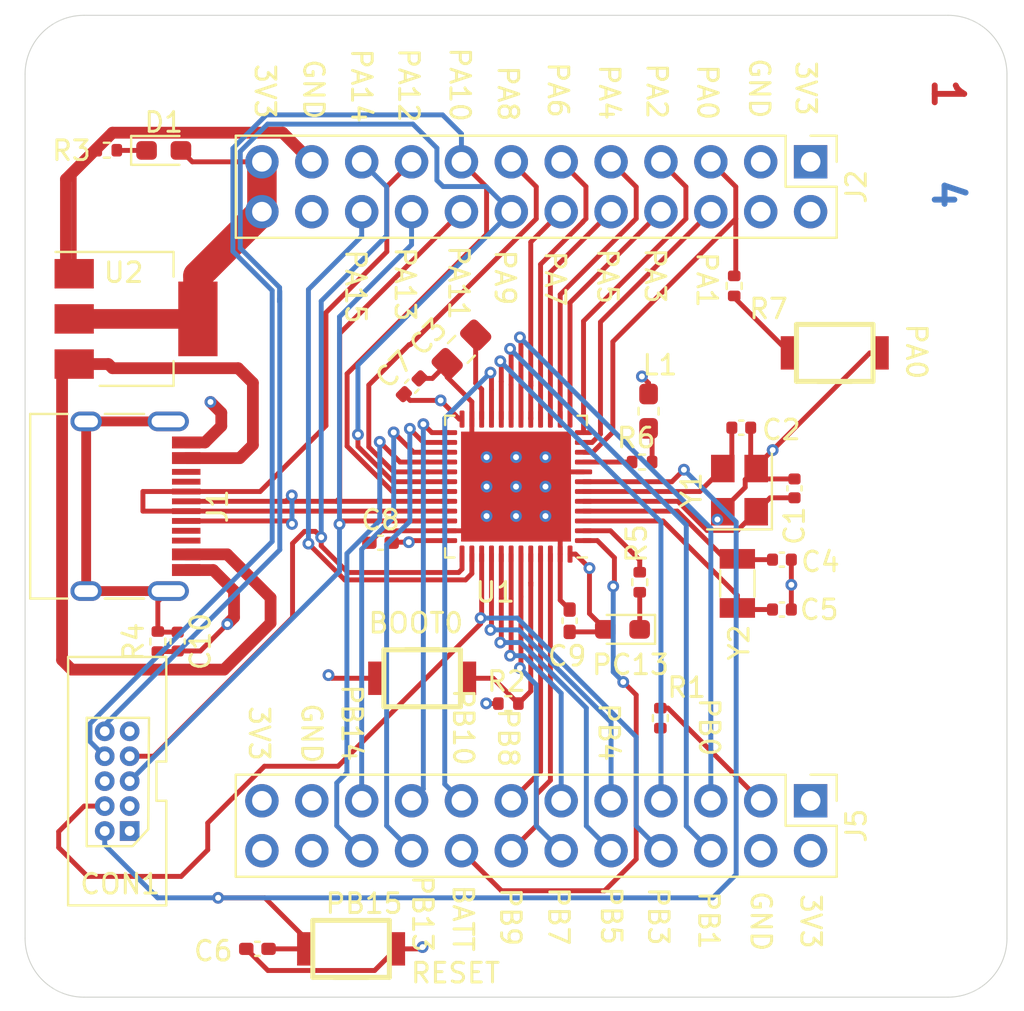
<source format=kicad_pcb>
(kicad_pcb (version 20171130) (host pcbnew "(5.1.10-1-10_14)")
  (layers (0 F.Cu signal) (1 GND signal) (2 3V3 signal) (31 B.Cu signal) (34 B.Paste user) (35 F.Paste user) (36 B.SilkS user) (37 F.SilkS user) (38 B.Mask user) (39 F.Mask user) (44 Edge.Cuts user))
  (net 0 "")
  (net 1 PH0)
  (net 2 GND)
  (net 3 PH1)
  (net 4 "Net-(C3-Pad2)")
  (net 5 PA9)
  (net 6 PA14)
  (net 7 PA10)
  (net 8 PA13)
  (net 9 +3V3)
  (net 10 PB3)
  (net 11 NRST)
  (net 12 PB9)
  (net 13 PB8)
  (net 14 BOOT0)
  (net 15 PB7)
  (net 16 PB6)
  (net 17 PB5)
  (net 18 PB4)
  (net 19 PA15)
  (net 20 PA12)
  (net 21 PA11)
  (net 22 PA8)
  (net 23 PB15)
  (net 24 PB14)
  (net 25 PB13)
  (net 26 PB12)
  (net 27 PB10)
  (net 28 PB2)
  (net 29 PB1)
  (net 30 PB0)
  (net 31 PA7)
  (net 32 PA6)
  (net 33 PA5)
  (net 34 PA4)
  (net 35 PA3)
  (net 36 PA2)
  (net 37 PA1)
  (net 38 PA0)
  (net 39 PC15)
  (net 40 PC14)
  (net 41 PC13)
  (net 42 +5V)
  (net 43 "Net-(D1-Pad1)")
  (net 44 "Net-(L1-Pad2)")
  (net 45 "Net-(R6-Pad1)")
  (net 46 "Net-(R7-Pad2)")
  (net 47 "Net-(D3-Pad1)")
  (net 48 +BATT)
  (net 49 "Net-(C10-Pad1)")
  (module Resistor_SMD:R_0402_1005Metric (layer F.Cu) (at 106.76 101.89 270)
    (fp_text reference R4 (at 0.02 1.24 90) (layer F.SilkS))
    (fp_text value 10k)
    (pad 2 smd roundrect (at 0.51 0 270) (size 0.54 0.64) (layers F.Cu F.Paste F.Mask) (net 2 GND))
    (pad 1 smd roundrect (at -0.51 0 270) (size 0.54 0.64) (layers F.Cu F.Paste F.Mask) (net 49 "Net-(C10-Pad1)"))
  )
  (module Capacitor_SMD:C_0402_1005Metric (layer F.Cu) (at 107.77 101.89 270)
    (fp_text reference C10 (at 0 -1.16 90) (layer F.SilkS))
    (fp_text value 15p)
    (pad 2 smd roundrect (at 0.48 0 270) (size 0.56 0.62) (layers F.Cu F.Paste F.Mask) (net 2 GND))
    (pad 1 smd roundrect (at -0.48 0 270) (size 0.56 0.62) (layers F.Cu F.Paste F.Mask) (net 49 "Net-(C10-Pad1)"))
  )
  (module LED_SMD:LED_0603_1608Metric_Pad1.05x0.95mm_HandSolder (layer F.Cu) (at 130.42 101.27 180)
    (fp_text reference D3 hide)
    (fp_text value LED)
    (pad 2 smd roundrect (at 0.875 0 180) (size 1.05 0.95) (layers F.Cu F.Paste F.Mask) (net 9 +3V3))
    (pad 1 smd roundrect (at -0.875 0 180) (size 1.05 0.95) (layers F.Cu F.Paste F.Mask) (net 47 "Net-(D3-Pad1)"))
  )
  (module LED_SMD:LED_0603_1608Metric_Pad1.05x0.95mm_HandSolder (layer F.Cu) (at 107.06 76.88)
    (fp_text reference D1 (at 0 -1.43) (layer F.SilkS))
    (fp_text value LED)
    (pad 2 smd roundrect (at 0.875 0) (size 1.05 0.95) (layers F.Cu F.Paste F.Mask) (net 9 +3V3))
    (pad 1 smd roundrect (at -0.875 0) (size 1.05 0.95) (layers F.Cu F.Paste F.Mask) (net 43 "Net-(D1-Pad1)"))
  )
  (module Capacitor_SMD:C_0402_1005Metric_Pad0.74x0.62mm_HandSolder (layer F.Cu) (at 127.73 100.83 90)
    (fp_text reference C9 (at -1.8 -0.13 180) (layer F.SilkS))
    (fp_text value 1u)
    (pad 2 smd roundrect (at 0.5675 0 90) (size 0.735 0.62) (layers F.Cu F.Paste F.Mask) (net 2 GND))
    (pad 1 smd roundrect (at -0.5675 0 90) (size 0.735 0.62) (layers F.Cu F.Paste F.Mask) (net 9 +3V3))
  )
  (module Capacitor_SMD:C_0402_1005Metric_Pad0.74x0.62mm_HandSolder (layer F.Cu) (at 118.1 96.86)
    (fp_text reference C8 (at 0 -1.16) (layer F.SilkS))
    (fp_text value 1u)
    (pad 2 smd roundrect (at 0.5675 0) (size 0.735 0.62) (layers F.Cu F.Paste F.Mask) (net 9 +3V3))
    (pad 1 smd roundrect (at -0.5675 0) (size 0.735 0.62) (layers F.Cu F.Paste F.Mask) (net 2 GND))
  )
  (module Capacitor_SMD:C_0402_1005Metric_Pad0.74x0.62mm_HandSolder (layer F.Cu) (at 119.69 88.89 225)
    (fp_text reference C7 (at 0.035355 1.223295 45) (layer F.SilkS))
    (fp_text value 1u)
    (pad 2 smd roundrect (at 0.5675 0 225) (size 0.735 0.62) (layers F.Cu F.Paste F.Mask) (net 9 +3V3))
    (pad 1 smd roundrect (at -0.5675 0 225) (size 0.735 0.62) (layers F.Cu F.Paste F.Mask) (net 2 GND))
  )
  (module Connector_PinHeader_2.54mm:PinHeader_2x12_P2.54mm_Vertical (layer F.Cu) (at 140 110 270)
    (fp_text reference J5 (at 1.27 -2.33 90) (layer F.SilkS))
    (fp_text value Conn_02x12_Odd_Even)
    (pad 24 thru_hole oval (at 2.54 27.94 270) (size 1.7 1.7) (drill 1) (layers *.Cu *.Mask) (net 9 +3V3))
    (pad 23 thru_hole oval (at 0 27.94 270) (size 1.7 1.7) (drill 1) (layers *.Cu *.Mask) (net 9 +3V3))
    (pad 22 thru_hole oval (at 2.54 25.4 270) (size 1.7 1.7) (drill 1) (layers *.Cu *.Mask) (net 2 GND))
    (pad 21 thru_hole oval (at 0 25.4 270) (size 1.7 1.7) (drill 1) (layers *.Cu *.Mask) (net 2 GND))
    (pad 20 thru_hole oval (at 2.54 22.86 270) (size 1.7 1.7) (drill 1) (layers *.Cu *.Mask) (net 23 PB15))
    (pad 19 thru_hole oval (at 0 22.86 270) (size 1.7 1.7) (drill 1) (layers *.Cu *.Mask) (net 24 PB14))
    (pad 18 thru_hole oval (at 2.54 20.32 270) (size 1.7 1.7) (drill 1) (layers *.Cu *.Mask) (net 25 PB13))
    (pad 17 thru_hole oval (at 0 20.32 270) (size 1.7 1.7) (drill 1) (layers *.Cu *.Mask) (net 26 PB12))
    (pad 16 thru_hole oval (at 2.54 17.78 270) (size 1.7 1.7) (drill 1) (layers *.Cu *.Mask) (net 48 +BATT))
    (pad 15 thru_hole oval (at 0 17.78 270) (size 1.7 1.7) (drill 1) (layers *.Cu *.Mask) (net 27 PB10))
    (pad 14 thru_hole oval (at 2.54 15.24 270) (size 1.7 1.7) (drill 1) (layers *.Cu *.Mask) (net 12 PB9))
    (pad 13 thru_hole oval (at 0 15.24 270) (size 1.7 1.7) (drill 1) (layers *.Cu *.Mask) (net 13 PB8))
    (pad 12 thru_hole oval (at 2.54 12.7 270) (size 1.7 1.7) (drill 1) (layers *.Cu *.Mask) (net 15 PB7))
    (pad 11 thru_hole oval (at 0 12.7 270) (size 1.7 1.7) (drill 1) (layers *.Cu *.Mask) (net 16 PB6))
    (pad 10 thru_hole oval (at 2.54 10.16 270) (size 1.7 1.7) (drill 1) (layers *.Cu *.Mask) (net 17 PB5))
    (pad 9 thru_hole oval (at 0 10.16 270) (size 1.7 1.7) (drill 1) (layers *.Cu *.Mask) (net 18 PB4))
    (pad 8 thru_hole oval (at 2.54 7.62 270) (size 1.7 1.7) (drill 1) (layers *.Cu *.Mask) (net 10 PB3))
    (pad 7 thru_hole oval (at 0 7.62 270) (size 1.7 1.7) (drill 1) (layers *.Cu *.Mask) (net 28 PB2))
    (pad 6 thru_hole oval (at 2.54 5.08 270) (size 1.7 1.7) (drill 1) (layers *.Cu *.Mask) (net 29 PB1))
    (pad 5 thru_hole oval (at 0 5.08 270) (size 1.7 1.7) (drill 1) (layers *.Cu *.Mask) (net 30 PB0))
    (pad 4 thru_hole oval (at 2.54 2.54 270) (size 1.7 1.7) (drill 1) (layers *.Cu *.Mask) (net 2 GND))
    (pad 3 thru_hole oval (at 0 2.54 270) (size 1.7 1.7) (drill 1) (layers *.Cu *.Mask) (net 2 GND))
    (pad 2 thru_hole oval (at 2.54 0 270) (size 1.7 1.7) (drill 1) (layers *.Cu *.Mask) (net 9 +3V3))
    (pad 1 thru_hole rect (at 0 0 270) (size 1.7 1.7) (drill 1) (layers *.Cu *.Mask) (net 9 +3V3))
  )
  (module Connector_PinHeader_2.54mm:PinHeader_2x12_P2.54mm_Vertical (layer F.Cu) (at 140 77.46 270)
    (fp_text reference J2 (at 1.27 -2.33 90) (layer F.SilkS))
    (fp_text value Conn_02x12_Odd_Even)
    (pad 24 thru_hole oval (at 2.54 27.94 270) (size 1.7 1.7) (drill 1) (layers *.Cu *.Mask) (net 9 +3V3))
    (pad 23 thru_hole oval (at 0 27.94 270) (size 1.7 1.7) (drill 1) (layers *.Cu *.Mask) (net 9 +3V3))
    (pad 22 thru_hole oval (at 2.54 25.4 270) (size 1.7 1.7) (drill 1) (layers *.Cu *.Mask) (net 2 GND))
    (pad 21 thru_hole oval (at 0 25.4 270) (size 1.7 1.7) (drill 1) (layers *.Cu *.Mask) (net 2 GND))
    (pad 20 thru_hole oval (at 2.54 22.86 270) (size 1.7 1.7) (drill 1) (layers *.Cu *.Mask) (net 19 PA15))
    (pad 19 thru_hole oval (at 0 22.86 270) (size 1.7 1.7) (drill 1) (layers *.Cu *.Mask) (net 6 PA14))
    (pad 18 thru_hole oval (at 2.54 20.32 270) (size 1.7 1.7) (drill 1) (layers *.Cu *.Mask) (net 8 PA13))
    (pad 17 thru_hole oval (at 0 20.32 270) (size 1.7 1.7) (drill 1) (layers *.Cu *.Mask) (net 20 PA12))
    (pad 16 thru_hole oval (at 2.54 17.78 270) (size 1.7 1.7) (drill 1) (layers *.Cu *.Mask) (net 21 PA11))
    (pad 15 thru_hole oval (at 0 17.78 270) (size 1.7 1.7) (drill 1) (layers *.Cu *.Mask) (net 7 PA10))
    (pad 14 thru_hole oval (at 2.54 15.24 270) (size 1.7 1.7) (drill 1) (layers *.Cu *.Mask) (net 5 PA9))
    (pad 13 thru_hole oval (at 0 15.24 270) (size 1.7 1.7) (drill 1) (layers *.Cu *.Mask) (net 22 PA8))
    (pad 12 thru_hole oval (at 2.54 12.7 270) (size 1.7 1.7) (drill 1) (layers *.Cu *.Mask) (net 31 PA7))
    (pad 11 thru_hole oval (at 0 12.7 270) (size 1.7 1.7) (drill 1) (layers *.Cu *.Mask) (net 32 PA6))
    (pad 10 thru_hole oval (at 2.54 10.16 270) (size 1.7 1.7) (drill 1) (layers *.Cu *.Mask) (net 33 PA5))
    (pad 9 thru_hole oval (at 0 10.16 270) (size 1.7 1.7) (drill 1) (layers *.Cu *.Mask) (net 34 PA4))
    (pad 8 thru_hole oval (at 2.54 7.62 270) (size 1.7 1.7) (drill 1) (layers *.Cu *.Mask) (net 35 PA3))
    (pad 7 thru_hole oval (at 0 7.62 270) (size 1.7 1.7) (drill 1) (layers *.Cu *.Mask) (net 36 PA2))
    (pad 6 thru_hole oval (at 2.54 5.08 270) (size 1.7 1.7) (drill 1) (layers *.Cu *.Mask) (net 37 PA1))
    (pad 5 thru_hole oval (at 0 5.08 270) (size 1.7 1.7) (drill 1) (layers *.Cu *.Mask) (net 38 PA0))
    (pad 4 thru_hole oval (at 2.54 2.54 270) (size 1.7 1.7) (drill 1) (layers *.Cu *.Mask) (net 2 GND))
    (pad 3 thru_hole oval (at 0 2.54 270) (size 1.7 1.7) (drill 1) (layers *.Cu *.Mask) (net 2 GND))
    (pad 2 thru_hole oval (at 2.54 0 270) (size 1.7 1.7) (drill 1) (layers *.Cu *.Mask) (net 9 +3V3))
    (pad 1 thru_hole rect (at 0 0 270) (size 1.7 1.7) (drill 1) (layers *.Cu *.Mask) (net 9 +3V3))
  )
  (module Capacitor_SMD:C_0402_1005Metric_Pad0.74x0.62mm_HandSolder (layer F.Cu) (at 111.83 117.54)
    (fp_text reference C6 (at -2.25 0.11) (layer F.SilkS))
    (fp_text value 1u)
    (pad 2 smd roundrect (at 0.5675 0) (size 0.735 0.62) (layers F.Cu F.Paste F.Mask) (net 11 NRST))
    (pad 1 smd roundrect (at -0.5675 0) (size 0.735 0.62) (layers F.Cu F.Paste F.Mask) (net 2 GND))
  )
  (module Crystal:Crystal_SMD_3225-4Pin_3.2x2.5mm (layer F.Cu) (at 136.38 94.18 90)
    (fp_text reference Y1 (at 0 -2.45 90) (layer F.SilkS))
    (fp_text value 12MHz)
    (pad 4 smd rect (at -1.1 -0.85 90) (size 1.4 1.2) (layers F.Cu F.Paste F.Mask) (net 2 GND))
    (pad 3 smd rect (at 1.1 -0.85 90) (size 1.4 1.2) (layers F.Cu F.Paste F.Mask) (net 3 PH1))
    (pad 2 smd rect (at 1.1 0.85 90) (size 1.4 1.2) (layers F.Cu F.Paste F.Mask) (net 2 GND))
    (pad 1 smd rect (at -1.1 0.85 90) (size 1.4 1.2) (layers F.Cu F.Paste F.Mask) (net 1 PH0))
  )
  (module mybays_connector:USB_C (layer F.Cu) (at 104.16 95 270)
    (fp_text reference J1 (at 0 -5.645 90) (layer F.SilkS))
    (fp_text value USB_C)
    (pad B1 smd rect (at 3.25 -4.045 270) (size 0.6 1.45) (layers F.Cu F.Paste F.Mask) (net 2 GND))
    (pad A9 smd rect (at 2.45 -4.045 270) (size 0.6 1.45) (layers F.Cu F.Paste F.Mask) (net 42 +5V))
    (pad B9 smd rect (at -2.45 -4.045 270) (size 0.6 1.45) (layers F.Cu F.Paste F.Mask) (net 42 +5V))
    (pad B12 smd rect (at -3.25 -4.045 270) (size 0.6 1.45) (layers F.Cu F.Paste F.Mask) (net 2 GND))
    (pad A1 smd rect (at -3.25 -4.045 270) (size 0.6 1.45) (layers F.Cu F.Paste F.Mask) (net 2 GND))
    (pad A4 smd rect (at -2.45 -4.045 270) (size 0.6 1.45) (layers F.Cu F.Paste F.Mask) (net 42 +5V))
    (pad B4 smd rect (at 2.45 -4.045 270) (size 0.6 1.45) (layers F.Cu F.Paste F.Mask) (net 42 +5V))
    (pad A12 smd rect (at 3.25 -4.045 270) (size 0.6 1.45) (layers F.Cu F.Paste F.Mask) (net 2 GND))
    (pad B8 smd rect (at -1.75 -4.045 270) (size 0.3 1.45) (layers F.Cu F.Paste F.Mask))
    (pad A5 smd rect (at -1.25 -4.045 270) (size 0.3 1.45) (layers F.Cu F.Paste F.Mask))
    (pad B7 smd rect (at -0.75 -4.045 270) (size 0.3 1.45) (layers F.Cu F.Paste F.Mask) (net 20 PA12))
    (pad A7 smd rect (at 0.25 -4.045 270) (size 0.3 1.45) (layers F.Cu F.Paste F.Mask) (net 20 PA12))
    (pad B6 smd rect (at 0.75 -4.045 270) (size 0.3 1.45) (layers F.Cu F.Paste F.Mask) (net 21 PA11))
    (pad A8 smd rect (at 1.25 -4.045 270) (size 0.3 1.45) (layers F.Cu F.Paste F.Mask))
    (pad B5 smd rect (at 1.75 -4.045 270) (size 0.3 1.45) (layers F.Cu F.Paste F.Mask))
    (pad A6 smd rect (at -0.25 -4.045 270) (size 0.3 1.45) (layers F.Cu F.Paste F.Mask) (net 21 PA11))
    (pad S1 thru_hole oval (at 4.32 -3.13 270) (size 1 2.1) (drill oval 0.6 1.7) (layers *.Cu *.Mask) (net 49 "Net-(C10-Pad1)"))
    (pad S1 thru_hole oval (at -4.32 -3.13 270) (size 1 2.1) (drill oval 0.6 1.7) (layers *.Cu *.Mask) (net 49 "Net-(C10-Pad1)"))
    (pad "" np_thru_hole circle (at -2.89 -2.6 270) (size 0.65 0.65) (drill 0.65) (layers *.Cu *.Mask))
    (pad S1 thru_hole oval (at -4.32 1.05 270) (size 1 1.6) (drill oval 0.6 1.2) (layers *.Cu *.Mask) (net 49 "Net-(C10-Pad1)"))
    (pad "" np_thru_hole circle (at 2.89 -2.6 270) (size 0.65 0.65) (drill 0.65) (layers *.Cu *.Mask))
    (pad S1 thru_hole oval (at 4.32 1.05 270) (size 1 1.6) (drill oval 0.6 1.2) (layers *.Cu *.Mask) (net 49 "Net-(C10-Pad1)"))
  )
  (module Package_TO_SOT_SMD:SOT-223-3_TabPin2 (layer F.Cu) (at 105.65 85.46)
    (fp_text reference U2 (at -0.63 -2.36) (layer F.SilkS))
    (fp_text value LM1117-3.3)
    (pad 1 smd rect (at -3.15 -2.3) (size 2 1.5) (layers F.Cu F.Paste F.Mask) (net 2 GND))
    (pad 3 smd rect (at -3.15 2.3) (size 2 1.5) (layers F.Cu F.Paste F.Mask) (net 42 +5V))
    (pad 2 smd rect (at -3.15 0) (size 2 1.5) (layers F.Cu F.Paste F.Mask) (net 9 +3V3))
    (pad 2 smd rect (at 3.15 0) (size 2 3.8) (layers F.Cu F.Paste F.Mask) (net 9 +3V3))
  )
  (module mybays_connector:turtlekey (layer F.Cu) (at 120.22 103.76 180)
    (fp_text reference SW3 hide)
    (fp_text value SW_Push)
    (pad 1 smd rect (at -2.29997 0 180) (size 0.899998 1.699997) (layers F.Cu F.Paste F.Mask) (net 14 BOOT0))
    (pad 2 smd rect (at 2.29997 0 180) (size 0.899998 1.699997) (layers F.Cu F.Paste F.Mask) (net 9 +3V3))
  )
  (module mybays_connector:turtlekey (layer F.Cu) (at 141.23 87.19)
    (fp_text reference SW2 hide)
    (fp_text value SW_Push)
    (pad 1 smd rect (at -2.29997 0) (size 0.899998 1.699997) (layers F.Cu F.Paste F.Mask) (net 46 "Net-(R7-Pad2)"))
    (pad 2 smd rect (at 2.29997 0) (size 0.899998 1.699997) (layers F.Cu F.Paste F.Mask) (net 2 GND))
  )
  (module Resistor_SMD:R_0402_1005Metric (layer F.Cu) (at 136.11 83.78 270)
    (fp_text reference R7 (at 1.17 -1.75 180) (layer F.SilkS))
    (fp_text value 10k)
    (pad 2 smd roundrect (at 0.51 0 270) (size 0.54 0.64) (layers F.Cu F.Paste F.Mask) (net 46 "Net-(R7-Pad2)"))
    (pad 1 smd roundrect (at -0.51 0 270) (size 0.54 0.64) (layers F.Cu F.Paste F.Mask) (net 38 PA0))
  )
  (module Resistor_SMD:R_0402_1005Metric (layer F.Cu) (at 131.42 92.75)
    (fp_text reference R6 (at -0.3 -1.23) (layer F.SilkS))
    (fp_text value 10k)
    (pad 2 smd roundrect (at 0.51 0) (size 0.54 0.64) (layers F.Cu F.Paste F.Mask) (net 44 "Net-(L1-Pad2)"))
    (pad 1 smd roundrect (at -0.51 0) (size 0.54 0.64) (layers F.Cu F.Paste F.Mask) (net 45 "Net-(R6-Pad1)"))
  )
  (module Resistor_SMD:R_0402_1005Metric (layer F.Cu) (at 131.3 98.87 90)
    (fp_text reference R5 (at 1.97 -0.16 90) (layer F.SilkS))
    (fp_text value 10k)
    (pad 2 smd roundrect (at 0.51 0 90) (size 0.54 0.64) (layers F.Cu F.Paste F.Mask) (net 41 PC13))
    (pad 1 smd roundrect (at -0.51 0 90) (size 0.54 0.64) (layers F.Cu F.Paste F.Mask) (net 47 "Net-(D3-Pad1)"))
  )
  (module Resistor_SMD:R_0402_1005Metric (layer F.Cu) (at 104.16 76.87 180)
    (fp_text reference R3 (at 1.8 -0.02) (layer F.SilkS))
    (fp_text value 10k)
    (pad 2 smd roundrect (at 0.51 0 180) (size 0.54 0.64) (layers F.Cu F.Paste F.Mask) (net 2 GND))
    (pad 1 smd roundrect (at -0.51 0 180) (size 0.54 0.64) (layers F.Cu F.Paste F.Mask) (net 43 "Net-(D1-Pad1)"))
  )
  (module Resistor_SMD:R_0402_1005Metric (layer F.Cu) (at 124.61 105.05)
    (fp_text reference R2 (at -0.1 -1.13) (layer F.SilkS))
    (fp_text value 10k)
    (pad 2 smd roundrect (at 0.51 0) (size 0.54 0.64) (layers F.Cu F.Paste F.Mask) (net 14 BOOT0))
    (pad 1 smd roundrect (at -0.51 0) (size 0.54 0.64) (layers F.Cu F.Paste F.Mask) (net 2 GND))
  )
  (module Resistor_SMD:R_0402_1005Metric (layer F.Cu) (at 132.35 105.79 90)
    (fp_text reference R1 (at 1.56 1.34 180) (layer F.SilkS))
    (fp_text value 10k)
    (pad 2 smd roundrect (at 0.51 0 90) (size 0.54 0.64) (layers F.Cu F.Paste F.Mask) (net 2 GND))
    (pad 1 smd roundrect (at -0.51 0 90) (size 0.54 0.64) (layers F.Cu F.Paste F.Mask) (net 28 PB2))
  )
  (module Capacitor_SMD:C_0402_1005Metric (layer F.Cu) (at 138.54 100.26 180)
    (fp_text reference C5 (at -1.9 -0.01) (layer F.SilkS))
    (fp_text value 15p)
    (pad 2 smd roundrect (at 0.48 0 180) (size 0.56 0.62) (layers F.Cu F.Paste F.Mask) (net 40 PC14))
    (pad 1 smd roundrect (at -0.48 0 180) (size 0.56 0.62) (layers F.Cu F.Paste F.Mask) (net 2 GND))
  )
  (module Capacitor_SMD:C_0402_1005Metric (layer F.Cu) (at 138.54 97.72 180)
    (fp_text reference C4 (at -1.96 -0.11) (layer F.SilkS))
    (fp_text value 15p)
    (pad 2 smd roundrect (at 0.48 0 180) (size 0.56 0.62) (layers F.Cu F.Paste F.Mask) (net 39 PC15))
    (pad 1 smd roundrect (at -0.48 0 180) (size 0.56 0.62) (layers F.Cu F.Paste F.Mask) (net 2 GND))
  )
  (module Capacitor_SMD:C_0402_1005Metric (layer F.Cu) (at 136.47 91 180)
    (fp_text reference C2 (at -2.04 -0.11) (layer F.SilkS))
    (fp_text value 15p)
    (pad 2 smd roundrect (at 0.48 0 180) (size 0.56 0.62) (layers F.Cu F.Paste F.Mask) (net 3 PH1))
    (pad 1 smd roundrect (at -0.48 0 180) (size 0.56 0.62) (layers F.Cu F.Paste F.Mask) (net 2 GND))
  )
  (module Capacitor_SMD:C_0402_1005Metric (layer F.Cu) (at 139.18 94.09 270)
    (fp_text reference C1 (at 1.9 0 90) (layer F.SilkS))
    (fp_text value 15p)
    (pad 2 smd roundrect (at 0.48 0 270) (size 0.56 0.62) (layers F.Cu F.Paste F.Mask) (net 1 PH0))
    (pad 1 smd roundrect (at -0.48 0 270) (size 0.56 0.62) (layers F.Cu F.Paste F.Mask) (net 2 GND))
  )
  (module Inductor_SMD:L_0603_1608Metric_Pad1.05x0.95mm_HandSolder (layer F.Cu) (at 131.75 90.16 270)
    (fp_text reference L1 (at -2.35 -0.58 180) (layer F.SilkS))
    (fp_text value 0)
    (pad 2 smd roundrect (at 0.875 0 270) (size 1.05 0.95) (layers F.Cu F.Paste F.Mask) (net 44 "Net-(L1-Pad2)"))
    (pad 1 smd roundrect (at -0.875 0 270) (size 1.05 0.95) (layers F.Cu F.Paste F.Mask) (net 9 +3V3))
  )
  (module mybays_connector:turtlekey (layer F.Cu) (at 116.6 117.54)
    (fp_text reference SW1 hide)
    (fp_text value SW_Push)
    (pad 1 smd rect (at -2.29997 0) (size 0.899998 1.699997) (layers F.Cu F.Paste F.Mask) (net 11 NRST))
    (pad 2 smd rect (at 2.29997 0) (size 0.899998 1.699997) (layers F.Cu F.Paste F.Mask) (net 2 GND))
  )
  (module Crystal:Crystal_SMD_3215-2Pin_3.2x1.5mm (layer F.Cu) (at 136.27 98.93 90)
    (fp_text reference Y2 (at -3.01 0.09 90) (layer F.SilkS))
    (fp_text value 32.768K)
    (pad 2 smd rect (at -1.25 0 90) (size 1 1.8) (layers F.Cu F.Paste F.Mask) (net 40 PC14))
    (pad 1 smd rect (at 1.25 0 90) (size 1 1.8) (layers F.Cu F.Paste F.Mask) (net 39 PC15))
  )
  (module mybays_connector:debugger_2x05_P1.27mm_Vertical (layer F.Cu) (at 104.69 109 180)
    (fp_text reference CON1 (at -0.15 -5.24) (layer F.SilkS))
    (fp_text value CORTEX-DEBUGGER)
    (pad 9 thru_hole oval (at -0.635 2.54 180) (size 1 1) (drill 0.5) (layers *.Cu *.Mask) (net 2 GND))
    (pad 10 thru_hole oval (at 0.635 2.54 180) (size 1 1) (drill 0.5) (layers *.Cu *.Mask) (net 5 PA9))
    (pad 7 thru_hole oval (at -0.635 1.27 180) (size 1 1) (drill 0.5) (layers *.Cu *.Mask) (net 6 PA14))
    (pad 8 thru_hole oval (at 0.635 1.27 180) (size 1 1) (drill 0.5) (layers *.Cu *.Mask) (net 7 PA10))
    (pad 5 thru_hole oval (at -0.635 0 180) (size 1 1) (drill 0.5) (layers *.Cu *.Mask) (net 8 PA13))
    (pad 6 thru_hole oval (at 0.635 0 180) (size 1 1) (drill 0.5) (layers *.Cu *.Mask) (net 2 GND))
    (pad 3 thru_hole oval (at -0.635 -1.27 180) (size 1 1) (drill 0.5) (layers *.Cu *.Mask) (net 9 +3V3))
    (pad 4 thru_hole oval (at 0.635 -1.27 180) (size 1 1) (drill 0.5) (layers *.Cu *.Mask) (net 10 PB3))
    (pad 2 thru_hole oval (at 0.635 -2.54 180) (size 1 1) (drill 0.5) (layers *.Cu *.Mask) (net 11 NRST))
    (pad 1 thru_hole rect (at -0.635 -2.54 180) (size 1 1) (drill 0.5) (layers *.Cu *.Mask))
  )
  (module Package_DFN_QFN:QFN-48-1EP_7x7mm_P0.5mm_EP5.6x5.6mm (layer F.Cu) (at 125 94 180)
    (fp_text reference U1 (at 1.06 -5.38) (layer F.SilkS))
    (fp_text value STM32F401CCUx)
    (pad 49 smd rect (at 0 0 180) (size 5.6 5.6) (layers F.Cu F.Mask) (net 2 GND))
    (pad 48 smd roundrect (at -2.75 -3.4375 180) (size 0.25 0.875) (layers F.Cu F.Paste F.Mask) (net 9 +3V3))
    (pad 47 smd roundrect (at -2.25 -3.4375 180) (size 0.25 0.875) (layers F.Cu F.Paste F.Mask) (net 2 GND))
    (pad 46 smd roundrect (at -1.75 -3.4375 180) (size 0.25 0.875) (layers F.Cu F.Paste F.Mask) (net 12 PB9))
    (pad 45 smd roundrect (at -1.25 -3.4375 180) (size 0.25 0.875) (layers F.Cu F.Paste F.Mask) (net 13 PB8))
    (pad 44 smd roundrect (at -0.75 -3.4375 180) (size 0.25 0.875) (layers F.Cu F.Paste F.Mask) (net 14 BOOT0))
    (pad 43 smd roundrect (at -0.25 -3.4375 180) (size 0.25 0.875) (layers F.Cu F.Paste F.Mask) (net 15 PB7))
    (pad 42 smd roundrect (at 0.25 -3.4375 180) (size 0.25 0.875) (layers F.Cu F.Paste F.Mask) (net 16 PB6))
    (pad 41 smd roundrect (at 0.75 -3.4375 180) (size 0.25 0.875) (layers F.Cu F.Paste F.Mask) (net 17 PB5))
    (pad 40 smd roundrect (at 1.25 -3.4375 180) (size 0.25 0.875) (layers F.Cu F.Paste F.Mask) (net 18 PB4))
    (pad 39 smd roundrect (at 1.75 -3.4375 180) (size 0.25 0.875) (layers F.Cu F.Paste F.Mask) (net 10 PB3))
    (pad 38 smd roundrect (at 2.25 -3.4375 180) (size 0.25 0.875) (layers F.Cu F.Paste F.Mask) (net 19 PA15))
    (pad 37 smd roundrect (at 2.75 -3.4375 180) (size 0.25 0.875) (layers F.Cu F.Paste F.Mask) (net 6 PA14))
    (pad 36 smd roundrect (at 3.4375 -2.75 180) (size 0.875 0.25) (layers F.Cu F.Paste F.Mask) (net 9 +3V3))
    (pad 35 smd roundrect (at 3.4375 -2.25 180) (size 0.875 0.25) (layers F.Cu F.Paste F.Mask) (net 2 GND))
    (pad 34 smd roundrect (at 3.4375 -1.75 180) (size 0.875 0.25) (layers F.Cu F.Paste F.Mask) (net 8 PA13))
    (pad 33 smd roundrect (at 3.4375 -1.25 180) (size 0.875 0.25) (layers F.Cu F.Paste F.Mask) (net 20 PA12))
    (pad 32 smd roundrect (at 3.4375 -0.75 180) (size 0.875 0.25) (layers F.Cu F.Paste F.Mask) (net 21 PA11))
    (pad 31 smd roundrect (at 3.4375 -0.25 180) (size 0.875 0.25) (layers F.Cu F.Paste F.Mask) (net 7 PA10))
    (pad 30 smd roundrect (at 3.4375 0.25 180) (size 0.875 0.25) (layers F.Cu F.Paste F.Mask) (net 5 PA9))
    (pad 29 smd roundrect (at 3.4375 0.75 180) (size 0.875 0.25) (layers F.Cu F.Paste F.Mask) (net 22 PA8))
    (pad 28 smd roundrect (at 3.4375 1.25 180) (size 0.875 0.25) (layers F.Cu F.Paste F.Mask) (net 23 PB15))
    (pad 27 smd roundrect (at 3.4375 1.75 180) (size 0.875 0.25) (layers F.Cu F.Paste F.Mask) (net 24 PB14))
    (pad 26 smd roundrect (at 3.4375 2.25 180) (size 0.875 0.25) (layers F.Cu F.Paste F.Mask) (net 25 PB13))
    (pad 25 smd roundrect (at 3.4375 2.75 180) (size 0.875 0.25) (layers F.Cu F.Paste F.Mask) (net 26 PB12))
    (pad 24 smd roundrect (at 2.75 3.4375 180) (size 0.25 0.875) (layers F.Cu F.Paste F.Mask) (net 9 +3V3))
    (pad 23 smd roundrect (at 2.25 3.4375 180) (size 0.25 0.875) (layers F.Cu F.Paste F.Mask) (net 2 GND))
    (pad 22 smd roundrect (at 1.75 3.4375 180) (size 0.25 0.875) (layers F.Cu F.Paste F.Mask) (net 4 "Net-(C3-Pad2)"))
    (pad 21 smd roundrect (at 1.25 3.4375 180) (size 0.25 0.875) (layers F.Cu F.Paste F.Mask) (net 27 PB10))
    (pad 20 smd roundrect (at 0.75 3.4375 180) (size 0.25 0.875) (layers F.Cu F.Paste F.Mask) (net 28 PB2))
    (pad 19 smd roundrect (at 0.25 3.4375 180) (size 0.25 0.875) (layers F.Cu F.Paste F.Mask) (net 29 PB1))
    (pad 18 smd roundrect (at -0.25 3.4375 180) (size 0.25 0.875) (layers F.Cu F.Paste F.Mask) (net 30 PB0))
    (pad 17 smd roundrect (at -0.75 3.4375 180) (size 0.25 0.875) (layers F.Cu F.Paste F.Mask) (net 31 PA7))
    (pad 16 smd roundrect (at -1.25 3.4375 180) (size 0.25 0.875) (layers F.Cu F.Paste F.Mask) (net 32 PA6))
    (pad 15 smd roundrect (at -1.75 3.4375 180) (size 0.25 0.875) (layers F.Cu F.Paste F.Mask) (net 33 PA5))
    (pad 14 smd roundrect (at -2.25 3.4375 180) (size 0.25 0.875) (layers F.Cu F.Paste F.Mask) (net 34 PA4))
    (pad 13 smd roundrect (at -2.75 3.4375 180) (size 0.25 0.875) (layers F.Cu F.Paste F.Mask) (net 35 PA3))
    (pad 12 smd roundrect (at -3.4375 2.75 180) (size 0.875 0.25) (layers F.Cu F.Paste F.Mask) (net 36 PA2))
    (pad 11 smd roundrect (at -3.4375 2.25 180) (size 0.875 0.25) (layers F.Cu F.Paste F.Mask) (net 37 PA1))
    (pad 10 smd roundrect (at -3.4375 1.75 180) (size 0.875 0.25) (layers F.Cu F.Paste F.Mask) (net 38 PA0))
    (pad 9 smd roundrect (at -3.4375 1.25 180) (size 0.875 0.25) (layers F.Cu F.Paste F.Mask) (net 45 "Net-(R6-Pad1)"))
    (pad 8 smd roundrect (at -3.4375 0.75 180) (size 0.875 0.25) (layers F.Cu F.Paste F.Mask) (net 2 GND))
    (pad 7 smd roundrect (at -3.4375 0.25 180) (size 0.875 0.25) (layers F.Cu F.Paste F.Mask) (net 11 NRST))
    (pad 6 smd roundrect (at -3.4375 -0.25 180) (size 0.875 0.25) (layers F.Cu F.Paste F.Mask) (net 3 PH1))
    (pad 5 smd roundrect (at -3.4375 -0.75 180) (size 0.875 0.25) (layers F.Cu F.Paste F.Mask) (net 1 PH0))
    (pad 4 smd roundrect (at -3.4375 -1.25 180) (size 0.875 0.25) (layers F.Cu F.Paste F.Mask) (net 39 PC15))
    (pad 3 smd roundrect (at -3.4375 -1.75 180) (size 0.875 0.25) (layers F.Cu F.Paste F.Mask) (net 40 PC14))
    (pad 2 smd roundrect (at -3.4375 -2.25 180) (size 0.875 0.25) (layers F.Cu F.Paste F.Mask) (net 41 PC13))
    (pad 1 smd roundrect (at -3.4375 -2.75 180) (size 0.875 0.25) (layers F.Cu F.Paste F.Mask) (net 48 +BATT))
  )
  (module Capacitor_SMD:C_0805_2012Metric_Pad1.15x1.40mm_HandSolder (layer F.Cu) (at 122.22 87.01 45)
    (fp_text reference C3 (at -0.749533 -1.640488 45) (layer F.SilkS))
    (fp_text value 2.2u)
    (pad 2 smd roundrect (at 1.025 0 45) (size 1.15 1.4) (layers F.Cu F.Paste F.Mask) (roundrect_rratio 0.2173904347826087) (net 4 "Net-(C3-Pad2)"))
    (pad 1 smd roundrect (at -1.025 0 45) (size 1.15 1.4) (layers F.Cu F.Paste F.Mask) (roundrect_rratio 0.2173904347826087) (net 2 GND))
  )
  (gr_text PB8 (at 124.61 106.8 270) (layer F.SilkS) (effects (font (size 1 1))))
  (gr_text BATT (at 122.3 115.98 270) (layer F.SilkS) (effects (font (size 1 1))))
  (gr_text PC13 (at 130.83 103.07) (layer F.SilkS) (effects (font (size 1 1))))
  (gr_text 4 (at 147 79.1 -90) (layer B.Cu) (effects (font (size 1.5 1.5) (thickness 0.3))))
  (gr_text 1 (at 147 74 -90) (layer F.Cu) (effects (font (size 1.5 1.5) (thickness 0.3))))
  (gr_text PB13 (at 120.24 115.75 270) (layer F.SilkS) (effects (font (size 1 1))))
  (gr_text PB7 (at 127.17 115.88 270) (layer F.SilkS) (effects (font (size 1 1))))
  (gr_text PB3 (at 132.25 115.88 270) (layer F.SilkS) (effects (font (size 1 1))))
  (gr_text PA15 (at 116.83 83.81 270) (layer F.SilkS) (effects (font (size 1 1))))
  (gr_text PA13 (at 119.35 83.69 270) (layer F.SilkS) (effects (font (size 1 1))))
  (gr_text PA11 (at 122.08 83.62 270) (layer F.SilkS) (effects (font (size 1 1))))
  (gr_text PA9 (at 124.44 83.35 270) (layer F.SilkS) (effects (font (size 1 1))))
  (gr_text PA7 (at 126.99 83.41 270) (layer F.SilkS) (effects (font (size 1 1))))
  (gr_text PA5 (at 129.66 83.29 270) (layer F.SilkS) (effects (font (size 1 1))))
  (gr_text PA3 (at 132.08 83.26 270) (layer F.SilkS) (effects (font (size 1 1))))
  (gr_text PA1 (at 134.72 83.47 270) (layer F.SilkS) (effects (font (size 1 1))))
  (gr_text PA2 (at 132.17 73.86 270) (layer F.SilkS) (effects (font (size 1 1))))
  (gr_text PA6 (at 127.14 73.8 270) (layer F.SilkS) (effects (font (size 1 1))))
  (gr_text PA10 (at 122.14 73.53 270) (layer F.SilkS) (effects (font (size 1 1))))
  (gr_text PA14 (at 117.13 73.59 270) (layer F.SilkS) (effects (font (size 1 1))))
  (gr_text PA12 (at 119.53 73.56 270) (layer F.SilkS) (effects (font (size 1 1))))
  (gr_text PA8 (at 124.59 73.98 270) (layer F.SilkS) (effects (font (size 1 1))))
  (gr_text PA4 (at 129.75 73.92 270) (layer F.SilkS) (effects (font (size 1 1))))
  (gr_text PA0 (at 134.75 73.92 270) (layer F.SilkS) (effects (font (size 1 1))))
  (gr_text RESET (at 121.92 118.77) (layer F.SilkS) (effects (font (size 1 1))))
  (gr_text PA0 (at 145.39 87.12 270) (layer F.SilkS) (effects (font (size 1 1))))
  (gr_text BOOT0 (at 119.9 100.95) (layer F.SilkS) (effects (font (size 1 1))))
  (gr_text PB4 (at 129.73 106.51 270) (layer F.SilkS) (effects (font (size 1 1))))
  (gr_text PB10 (at 122.32 106.25 270) (layer F.SilkS) (effects (font (size 1 1))))
  (gr_text PB5 (at 129.85 115.85 270) (layer F.SilkS) (effects (font (size 1 1))))
  (gr_text PB9 (at 124.72 115.91 270) (layer F.SilkS) (effects (font (size 1 1))))
  (gr_text PB15 (at 117.26 115.23) (layer F.SilkS) (effects (font (size 1 1))))
  (gr_text PB14 (at 116.64 106.04 270) (layer F.SilkS) (effects (font (size 1 1))))
  (gr_text PB1 (at 134.81 116.09 270) (layer F.SilkS) (effects (font (size 1 1))))
  (gr_text PB0 (at 134.84 106.25 270) (layer F.SilkS) (effects (font (size 1 1))))
  (gr_text GND (at 114.59 106.57 270) (layer F.SilkS) (effects (font (size 1 1))))
  (gr_text GND (at 137.47 116.13 270) (layer F.SilkS) (effects (font (size 1 1))))
  (gr_text 3V3 (at 111.92 106.57 270) (layer F.SilkS) (effects (font (size 1 1))))
  (gr_text 3V3 (at 140.01 116.14 270) (layer F.SilkS) (effects (font (size 1 1))))
  (gr_text 3V3 (at 112.22 73.87 270) (layer F.SilkS) (effects (font (size 1 1))))
  (gr_text GND (at 114.69 73.77 270) (layer F.SilkS) (effects (font (size 1 1))))
  (gr_text 3V3 (at 139.76 73.72 270) (layer F.SilkS) (effects (font (size 1 1))))
  (gr_text GND (at 137.39 73.72 270) (layer F.SilkS) (effects (font (size 1 1))))
  (gr_arc (start 103 117) (end 100 117) (angle -90) (layer Edge.Cuts) (width 0.05))
  (gr_arc (start 103 73) (end 103 70) (angle -90) (layer Edge.Cuts) (width 0.05))
  (gr_arc (start 147 73) (end 150 73) (angle -90) (layer Edge.Cuts) (width 0.05))
  (gr_arc (start 147 117) (end 147 120) (angle -90) (layer Edge.Cuts) (width 0.05))
  (gr_line (start 100 117) (end 100 73) (layer Edge.Cuts) (width 0.05))
  (gr_line (start 147 120) (end 103 120) (layer Edge.Cuts) (width 0.05))
  (gr_line (start 150 73) (end 150 117) (layer Edge.Cuts) (width 0.05))
  (gr_line (start 103 70) (end 147 70) (layer Edge.Cuts) (width 0.05))
  (segment (start 128.4375 96.75) (end 129.14 96.75) (width 0.25) (layer F.Cu) (net 48))
  (segment (start 129.14 96.75) (end 130.01 97.62) (width 0.25) (layer F.Cu) (net 48))
  (via (at 129.95 99.08) (size 0.6) (drill 0.3) (layers F.Cu B.Cu) (net 48))
  (segment (start 130.01 98.99) (end 130.01 99.02) (width 0.25) (layer F.Cu) (net 48))
  (segment (start 130.01 97.62) (end 130.01 98.99) (width 0.25) (layer F.Cu) (net 48))
  (segment (start 130.01 99.02) (end 129.95 99.08) (width 0.25) (layer F.Cu) (net 48))
  (segment (start 130.01 98.99) (end 130.01 99.18) (width 0.25) (layer F.Cu) (net 48))
  (via (at 130.46 103.95) (size 0.6) (drill 0.3) (layers F.Cu B.Cu) (net 48))
  (segment (start 129.95 103.44) (end 130.46 103.95) (width 0.25) (layer B.Cu) (net 48))
  (segment (start 129.95 99.08) (end 129.95 103.44) (width 0.25) (layer B.Cu) (net 48))
  (segment (start 130.46 103.95) (end 131.12 104.61) (width 0.25) (layer F.Cu) (net 48))
  (segment (start 131.12 104.61) (end 131.12 112.97) (width 0.25) (layer F.Cu) (net 48))
  (segment (start 131.12 112.97) (end 129.51 114.58) (width 0.25) (layer F.Cu) (net 48))
  (segment (start 124.26 114.58) (end 122.22 112.54) (width 0.25) (layer F.Cu) (net 48))
  (segment (start 129.51 114.58) (end 124.26 114.58) (width 0.25) (layer F.Cu) (net 48))
  (segment (start 134.728399 96.232001) (end 136.277999 96.232001) (width 0.25) (layer F.Cu) (net 1))
  (segment (start 136.277999 96.232001) (end 137.23 95.28) (width 0.25) (layer F.Cu) (net 1))
  (segment (start 133.246398 94.75) (end 134.728399 96.232001) (width 0.25) (layer F.Cu) (net 1))
  (segment (start 128.4375 94.75) (end 133.246398 94.75) (width 0.25) (layer F.Cu) (net 1))
  (segment (start 137.94 94.57) (end 137.23 95.28) (width 0.25) (layer F.Cu) (net 1))
  (segment (start 139.18 94.57) (end 137.94 94.57) (width 0.25) (layer F.Cu) (net 1))
  (segment (start 122.75 91.75) (end 125 94) (width 0.25) (layer F.Cu) (net 2))
  (segment (start 122.75 90.5625) (end 122.75 91.75) (width 0.25) (layer F.Cu) (net 2))
  (segment (start 121.5625 96.25) (end 122.75 96.25) (width 0.25) (layer F.Cu) (net 2))
  (segment (start 127.25 97.4375) (end 127.25 96.25) (width 0.25) (layer F.Cu) (net 2))
  (segment (start 125.75 93.25) (end 125 94) (width 0.25) (layer F.Cu) (net 2))
  (segment (start 128.4375 93.25) (end 125.75 93.25) (width 0.25) (layer F.Cu) (net 2))
  (segment (start 136.95 92.8) (end 137.23 93.08) (width 0.25) (layer F.Cu) (net 2))
  (segment (start 136.95 91) (end 136.95 92.8) (width 0.25) (layer F.Cu) (net 2))
  (segment (start 137.76 93.61) (end 137.23 93.08) (width 0.25) (layer F.Cu) (net 2))
  (segment (start 139.18 93.61) (end 137.76 93.61) (width 0.25) (layer F.Cu) (net 2))
  (via (at 139.02 99) (size 0.6) (drill 0.3) (layers F.Cu B.Cu) (net 2))
  (segment (start 139.02 97.72) (end 139.02 99) (width 0.25) (layer F.Cu) (net 2))
  (segment (start 139.02 99) (end 139.02 100.26) (width 0.25) (layer F.Cu) (net 2))
  (via (at 135.254283 95.675636) (size 0.6) (drill 0.3) (layers F.Cu B.Cu) (net 2))
  (segment (start 135.53 95.399919) (end 135.254283 95.675636) (width 0.25) (layer F.Cu) (net 2))
  (segment (start 135.53 95.28) (end 135.53 95.399919) (width 0.25) (layer F.Cu) (net 2))
  (via (at 138.07 92.14) (size 0.6) (drill 0.3) (layers F.Cu B.Cu) (net 2))
  (segment (start 137.23 92.98) (end 138.07 92.14) (width 0.25) (layer F.Cu) (net 2))
  (segment (start 137.23 93.08) (end 137.23 92.98) (width 0.25) (layer F.Cu) (net 2))
  (segment (start 135.53 95.28) (end 135.53 95.18) (width 0.25) (layer F.Cu) (net 2))
  (segment (start 135.53 95.18) (end 136.67 94.04) (width 0.25) (layer F.Cu) (net 2))
  (segment (start 136.67 93.64) (end 137.23 93.08) (width 0.25) (layer F.Cu) (net 2))
  (segment (start 136.67 94.04) (end 136.67 93.64) (width 0.25) (layer F.Cu) (net 2))
  (via (at 123.48 105.04) (size 0.6) (drill 0.3) (layers F.Cu B.Cu) (net 2))
  (segment (start 123.49 105.05) (end 123.48 105.04) (width 0.25) (layer F.Cu) (net 2))
  (segment (start 124.1 105.05) (end 123.49 105.05) (width 0.25) (layer F.Cu) (net 2))
  (segment (start 117.79797 118.642) (end 118.89997 117.54) (width 0.25) (layer F.Cu) (net 2))
  (segment (start 112.3645 118.642) (end 117.79797 118.642) (width 0.25) (layer F.Cu) (net 2))
  (segment (start 111.2625 117.54) (end 112.3645 118.642) (width 0.25) (layer F.Cu) (net 2))
  (via (at 120.24 117.45) (size 0.6) (drill 0.3) (layers F.Cu B.Cu) (net 2))
  (segment (start 120.15 117.54) (end 120.24 117.45) (width 0.25) (layer F.Cu) (net 2))
  (segment (start 118.89997 117.54) (end 120.15 117.54) (width 0.25) (layer F.Cu) (net 2))
  (segment (start 143.02 87.19) (end 138.07 92.14) (width 0.25) (layer F.Cu) (net 2))
  (segment (start 143.52997 87.19) (end 143.02 87.19) (width 0.25) (layer F.Cu) (net 2))
  (segment (start 132.74 105.28) (end 137.46 110) (width 0.25) (layer F.Cu) (net 2))
  (segment (start 132.35 105.28) (end 132.74 105.28) (width 0.25) (layer F.Cu) (net 2))
  (via (at 125 94) (size 0.6) (drill 0.3) (layers F.Cu B.Cu) (net 2))
  (via (at 126.5 94) (size 0.6) (drill 0.3) (layers F.Cu B.Cu) (net 2))
  (segment (start 126.48 94) (end 126.5 93.98) (width 0.25) (layer F.Cu) (net 2))
  (segment (start 125 94) (end 126.48 94) (width 0.25) (layer F.Cu) (net 2))
  (via (at 123.5 94) (size 0.6) (drill 0.3) (layers F.Cu B.Cu) (net 2))
  (segment (start 123.63 94) (end 123.62 94.01) (width 0.25) (layer F.Cu) (net 2))
  (segment (start 125 94) (end 123.63 94) (width 0.25) (layer F.Cu) (net 2))
  (via (at 123.5 92.5) (size 0.6) (drill 0.3) (layers F.Cu B.Cu) (net 2))
  (segment (start 124.76 94) (end 123.58 92.82) (width 0.25) (layer F.Cu) (net 2))
  (segment (start 125 94) (end 124.76 94) (width 0.25) (layer F.Cu) (net 2))
  (via (at 125 92.5) (size 0.6) (drill 0.3) (layers F.Cu B.Cu) (net 2))
  (segment (start 125 92.85) (end 124.97 92.82) (width 0.25) (layer F.Cu) (net 2))
  (segment (start 125 94) (end 125 92.85) (width 0.25) (layer F.Cu) (net 2))
  (via (at 126.5 92.5) (size 0.6) (drill 0.3) (layers F.Cu B.Cu) (net 2))
  (segment (start 125.25 94) (end 126.38 92.87) (width 0.25) (layer F.Cu) (net 2))
  (segment (start 125 94) (end 125.25 94) (width 0.25) (layer F.Cu) (net 2))
  (segment (start 125 94) (end 125 95.31) (width 0.25) (layer F.Cu) (net 2))
  (via (at 125 95.5) (size 0.6) (drill 0.3) (layers F.Cu B.Cu) (net 2))
  (segment (start 125 95.41) (end 124.96 95.45) (width 0.25) (layer F.Cu) (net 2))
  (segment (start 125 94) (end 125 95.41) (width 0.25) (layer F.Cu) (net 2))
  (via (at 123.5 95.5) (size 0.6) (drill 0.3) (layers F.Cu B.Cu) (net 2))
  (segment (start 125 94) (end 123.645 95.355) (width 0.25) (layer F.Cu) (net 2))
  (segment (start 122.75 96.25) (end 123.645 95.355) (width 0.25) (layer F.Cu) (net 2))
  (via (at 126.5 95.5) (size 0.6) (drill 0.3) (layers F.Cu B.Cu) (net 2))
  (segment (start 125 94) (end 126.365 95.365) (width 0.25) (layer F.Cu) (net 2))
  (segment (start 127.25 96.25) (end 126.365 95.365) (width 0.25) (layer F.Cu) (net 2))
  (segment (start 122.75 90.5625) (end 122.75 89.68) (width 0.25) (layer F.Cu) (net 2))
  (segment (start 121.495216 88.425216) (end 121.495216 87.734784) (width 0.25) (layer F.Cu) (net 2))
  (segment (start 122.75 89.68) (end 121.495216 88.425216) (width 0.25) (layer F.Cu) (net 2))
  (segment (start 120.741283 88.488717) (end 121.495216 87.734784) (width 0.25) (layer F.Cu) (net 2))
  (segment (start 120.091283 88.488717) (end 120.741283 88.488717) (width 0.25) (layer F.Cu) (net 2))
  (segment (start 127.25 99.7825) (end 127.73 100.2625) (width 0.25) (layer F.Cu) (net 2))
  (segment (start 127.25 97.4375) (end 127.25 99.7825) (width 0.25) (layer F.Cu) (net 2))
  (segment (start 118.1425 96.25) (end 117.5325 96.86) (width 0.25) (layer F.Cu) (net 2))
  (segment (start 121.5625 96.25) (end 118.1425 96.25) (width 0.25) (layer F.Cu) (net 2))
  (segment (start 103.65 76.87) (end 103.47 76.87) (width 0.25) (layer F.Cu) (net 2))
  (segment (start 102.5 77.84) (end 102.5 83.16) (width 0.25) (layer F.Cu) (net 2))
  (segment (start 103.47 76.87) (end 102.5 77.84) (width 0.25) (layer F.Cu) (net 2))
  (segment (start 108.205 91.75) (end 109.16 91.75) (width 0.6) (layer F.Cu) (net 2))
  (segment (start 109.16 91.75) (end 109.99 90.92) (width 0.6) (layer F.Cu) (net 2))
  (via (at 109.44 89.69) (size 0.6) (drill 0.3) (layers F.Cu B.Cu) (net 2))
  (segment (start 109.99 90.24) (end 109.44 89.69) (width 0.6) (layer F.Cu) (net 2))
  (segment (start 109.99 90.92) (end 109.99 90.24) (width 0.6) (layer F.Cu) (net 2))
  (segment (start 102.5 83.16) (end 102.08 83.16) (width 0.6) (layer F.Cu) (net 2))
  (segment (start 104.447206 75.97799) (end 113.11799 75.97799) (width 0.6) (layer F.Cu) (net 2))
  (segment (start 113.11799 75.97799) (end 114.6 77.46) (width 0.6) (layer F.Cu) (net 2))
  (segment (start 102.08 78.345196) (end 104.447206 75.97799) (width 0.6) (layer F.Cu) (net 2))
  (segment (start 102.08 83.16) (end 102.08 78.345196) (width 0.6) (layer F.Cu) (net 2))
  (segment (start 107.74 102.4) (end 107.77 102.37) (width 0.25) (layer F.Cu) (net 2))
  (segment (start 106.76 102.4) (end 107.74 102.4) (width 0.25) (layer F.Cu) (net 2))
  (segment (start 108.205 98.25) (end 109.58 98.25) (width 0.6) (layer F.Cu) (net 2))
  (segment (start 109.58 98.25) (end 110.64 99.31) (width 0.6) (layer F.Cu) (net 2))
  (via (at 110.297823 100.997823) (size 0.6) (drill 0.3) (layers F.Cu B.Cu) (net 2))
  (segment (start 110.64 100.655646) (end 110.297823 100.997823) (width 0.6) (layer F.Cu) (net 2))
  (segment (start 110.64 99.31) (end 110.64 100.655646) (width 0.6) (layer F.Cu) (net 2))
  (segment (start 108.925646 102.37) (end 110.297823 100.997823) (width 0.25) (layer F.Cu) (net 2))
  (segment (start 107.77 102.37) (end 108.925646 102.37) (width 0.25) (layer F.Cu) (net 2))
  (segment (start 134.36 94.25) (end 135.53 93.08) (width 0.25) (layer F.Cu) (net 3))
  (segment (start 128.4375 94.25) (end 134.36 94.25) (width 0.25) (layer F.Cu) (net 3))
  (segment (start 135.99 92.62) (end 135.53 93.08) (width 0.25) (layer F.Cu) (net 3))
  (segment (start 135.99 91) (end 135.99 92.62) (width 0.25) (layer F.Cu) (net 3))
  (segment (start 123.25 90.5625) (end 123.25 89.04) (width 0.25) (layer F.Cu) (net 4))
  (segment (start 122.944784 88.734784) (end 122.944784 86.285216) (width 0.25) (layer F.Cu) (net 4))
  (segment (start 123.25 89.04) (end 122.944784 88.734784) (width 0.25) (layer F.Cu) (net 4))
  (segment (start 121.5625 93.75) (end 120.28 93.75) (width 0.25) (layer F.Cu) (net 5))
  (segment (start 116.95 91.960134) (end 116.95 91.35) (width 0.25) (layer F.Cu) (net 5))
  (via (at 116.95 91.35) (size 0.6) (drill 0.3) (layers F.Cu B.Cu) (net 5))
  (segment (start 118.739866 93.75) (end 116.95 91.960134) (width 0.25) (layer F.Cu) (net 5))
  (segment (start 120.28 93.75) (end 118.739866 93.75) (width 0.25) (layer F.Cu) (net 5))
  (segment (start 116.95 87.81) (end 124.76 80) (width 0.25) (layer B.Cu) (net 5))
  (segment (start 116.95 91.35) (end 116.95 87.81) (width 0.25) (layer B.Cu) (net 5))
  (segment (start 112.96 84.59) (end 112.96 83.86) (width 0.25) (layer B.Cu) (net 5))
  (segment (start 112.96 84.59) (end 112.96 84.43) (width 0.25) (layer B.Cu) (net 5))
  (segment (start 110.957999 76.931039) (end 112.349038 75.54) (width 0.25) (layer B.Cu) (net 5))
  (segment (start 110.957999 81.857999) (end 110.957999 76.931039) (width 0.25) (layer B.Cu) (net 5))
  (segment (start 112.96 83.86) (end 110.957999 81.857999) (width 0.25) (layer B.Cu) (net 5))
  (segment (start 112.349038 75.54) (end 119.75 75.54) (width 0.25) (layer B.Cu) (net 5))
  (segment (start 119.75 75.54) (end 120.97 76.76) (width 0.25) (layer B.Cu) (net 5))
  (segment (start 120.97 76.76) (end 120.97 78.4) (width 0.25) (layer B.Cu) (net 5))
  (segment (start 120.97 78.4) (end 121.29 78.72) (width 0.25) (layer B.Cu) (net 5))
  (segment (start 123.48 78.72) (end 124.76 80) (width 0.25) (layer B.Cu) (net 5))
  (segment (start 121.29 78.72) (end 123.48 78.72) (width 0.25) (layer B.Cu) (net 5))
  (segment (start 112.97 97.22) (end 104.055 106.135) (width 0.25) (layer B.Cu) (net 5))
  (segment (start 104.055 106.135) (end 104.055 106.46) (width 0.25) (layer B.Cu) (net 5))
  (segment (start 112.97 84.045) (end 112.97 97.22) (width 0.25) (layer B.Cu) (net 5))
  (via (at 115.08 96.58) (size 0.6) (drill 0.3) (layers F.Cu B.Cu) (net 6))
  (segment (start 115.08 96.58) (end 115.08 84.55) (width 0.25) (layer B.Cu) (net 6))
  (segment (start 115.08 84.55) (end 118.41 81.22) (width 0.25) (layer B.Cu) (net 6))
  (segment (start 118.41 78.73) (end 117.14 77.46) (width 0.25) (layer B.Cu) (net 6))
  (segment (start 118.41 81.22) (end 118.41 78.73) (width 0.25) (layer B.Cu) (net 6))
  (segment (start 114.231897 96.280001) (end 114.780001 96.280001) (width 0.25) (layer F.Cu) (net 6))
  (segment (start 114.780001 96.280001) (end 115.08 96.58) (width 0.25) (layer F.Cu) (net 6))
  (segment (start 122.25 97.4375) (end 122.25 98.20299) (width 0.25) (layer F.Cu) (net 6))
  (segment (start 122.25 98.20299) (end 122.08 98.37299) (width 0.25) (layer F.Cu) (net 6))
  (segment (start 122.08 98.37299) (end 116.43299 98.37299) (width 0.25) (layer F.Cu) (net 6))
  (segment (start 115.08 97.02) (end 115.08 96.58) (width 0.25) (layer F.Cu) (net 6))
  (segment (start 116.43299 98.37299) (end 115.08 97.02) (width 0.25) (layer F.Cu) (net 6))
  (segment (start 105.325 107.73) (end 106.55 107.73) (width 0.25) (layer F.Cu) (net 6))
  (segment (start 106.55 107.73) (end 113.62 100.66) (width 0.25) (layer F.Cu) (net 6))
  (segment (start 113.62 96.891898) (end 114.231897 96.280001) (width 0.25) (layer F.Cu) (net 6))
  (segment (start 113.62 100.66) (end 113.62 96.891898) (width 0.25) (layer F.Cu) (net 6))
  (segment (start 121.5625 94.25) (end 120.55 94.25) (width 0.25) (layer F.Cu) (net 7))
  (segment (start 118.706694 94.25) (end 116.397999 91.941305) (width 0.25) (layer F.Cu) (net 7))
  (segment (start 120.55 94.25) (end 118.706694 94.25) (width 0.25) (layer F.Cu) (net 7))
  (segment (start 120.55 94.25) (end 120.27 94.25) (width 0.25) (layer F.Cu) (net 7))
  (segment (start 116.397999 91.941305) (end 116.397999 88.252001) (width 0.25) (layer F.Cu) (net 7))
  (segment (start 116.397999 88.252001) (end 123.5 81.15) (width 0.25) (layer F.Cu) (net 7))
  (segment (start 123.5 78.74) (end 122.22 77.46) (width 0.25) (layer F.Cu) (net 7))
  (segment (start 123.5 81.15) (end 123.5 78.74) (width 0.25) (layer F.Cu) (net 7))
  (segment (start 122.22 76.03) (end 122.22 77.46) (width 0.25) (layer B.Cu) (net 7))
  (segment (start 112.285866 75.07) (end 121.26 75.07) (width 0.25) (layer B.Cu) (net 7))
  (segment (start 110.580989 82.014161) (end 110.58099 76.774876) (width 0.25) (layer B.Cu) (net 7))
  (segment (start 103.302999 106.077001) (end 112.58299 96.79701) (width 0.25) (layer B.Cu) (net 7))
  (segment (start 112.58299 84.016162) (end 110.580989 82.014161) (width 0.25) (layer B.Cu) (net 7))
  (segment (start 121.26 75.07) (end 122.22 76.03) (width 0.25) (layer B.Cu) (net 7))
  (segment (start 110.58099 76.774876) (end 112.285866 75.07) (width 0.25) (layer B.Cu) (net 7))
  (segment (start 112.58299 96.79701) (end 112.58299 84.016162) (width 0.25) (layer B.Cu) (net 7))
  (segment (start 103.302999 106.977999) (end 103.302999 106.077001) (width 0.25) (layer B.Cu) (net 7))
  (segment (start 104.055 107.73) (end 103.302999 106.977999) (width 0.25) (layer B.Cu) (net 7))
  (via (at 116.01 95.91) (size 0.6) (drill 0.3) (layers F.Cu B.Cu) (net 8))
  (segment (start 120.27 95.75) (end 116.17 95.75) (width 0.25) (layer F.Cu) (net 8))
  (segment (start 116.17 95.75) (end 116.01 95.91) (width 0.25) (layer F.Cu) (net 8))
  (segment (start 121.5625 95.75) (end 120.27 95.75) (width 0.25) (layer F.Cu) (net 8))
  (segment (start 120.27 95.75) (end 119.88 95.75) (width 0.25) (layer F.Cu) (net 8))
  (segment (start 116.01 95.91) (end 116.01 85.35) (width 0.25) (layer B.Cu) (net 8))
  (segment (start 119.68 81.68) (end 119.68 80) (width 0.25) (layer B.Cu) (net 8))
  (segment (start 116.01 85.35) (end 119.68 81.68) (width 0.25) (layer B.Cu) (net 8))
  (segment (start 116.01 98.315) (end 116.01 95.91) (width 0.25) (layer B.Cu) (net 8))
  (segment (start 105.325 109) (end 116.01 98.315) (width 0.25) (layer B.Cu) (net 8))
  (via (at 128.74 98.15) (size 0.6) (drill 0.3) (layers F.Cu B.Cu) (net 9))
  (segment (start 128.0275 97.4375) (end 128.74 98.15) (width 0.25) (layer F.Cu) (net 9))
  (segment (start 127.75 97.4375) (end 128.0275 97.4375) (width 0.25) (layer F.Cu) (net 9))
  (via (at 119.54 96.83) (size 0.6) (drill 0.3) (layers F.Cu B.Cu) (net 9))
  (segment (start 119.62 96.75) (end 119.54 96.83) (width 0.25) (layer F.Cu) (net 9))
  (segment (start 121.5625 96.75) (end 119.62 96.75) (width 0.25) (layer F.Cu) (net 9))
  (via (at 121.16 89.61) (size 0.6) (drill 0.3) (layers F.Cu B.Cu) (net 9))
  (segment (start 122.1125 90.5625) (end 121.16 89.61) (width 0.25) (layer F.Cu) (net 9))
  (segment (start 122.25 90.5625) (end 122.1125 90.5625) (width 0.25) (layer F.Cu) (net 9))
  (via (at 131.41 88.39) (size 0.6) (drill 0.3) (layers F.Cu B.Cu) (net 9))
  (segment (start 131.75 88.73) (end 131.41 88.39) (width 0.25) (layer F.Cu) (net 9))
  (segment (start 131.75 89.285) (end 131.75 88.73) (width 0.25) (layer F.Cu) (net 9))
  (segment (start 115.61 103.76) (end 115.45 103.6) (width 0.25) (layer F.Cu) (net 9))
  (via (at 115.45 103.6) (size 0.6) (drill 0.3) (layers F.Cu B.Cu) (net 9))
  (segment (start 117.92003 103.76) (end 115.61 103.76) (width 0.25) (layer F.Cu) (net 9))
  (segment (start 128.74 100.465) (end 129.545 101.27) (width 0.25) (layer F.Cu) (net 9))
  (segment (start 128.74 98.15) (end 128.74 100.465) (width 0.25) (layer F.Cu) (net 9))
  (segment (start 119.607434 89.61) (end 119.288717 89.291283) (width 0.25) (layer F.Cu) (net 9))
  (segment (start 121.16 89.61) (end 119.607434 89.61) (width 0.25) (layer F.Cu) (net 9))
  (segment (start 129.4175 101.3975) (end 129.545 101.27) (width 0.25) (layer F.Cu) (net 9))
  (segment (start 127.73 101.3975) (end 129.4175 101.3975) (width 0.25) (layer F.Cu) (net 9))
  (segment (start 118.6975 96.83) (end 118.6675 96.86) (width 0.25) (layer F.Cu) (net 9))
  (segment (start 119.54 96.83) (end 118.6975 96.83) (width 0.25) (layer F.Cu) (net 9))
  (segment (start 102.5 85.46) (end 108.8 85.46) (width 1) (layer F.Cu) (net 9))
  (segment (start 108.515 77.46) (end 107.935 76.88) (width 0.25) (layer F.Cu) (net 9))
  (segment (start 112.06 77.46) (end 108.515 77.46) (width 0.25) (layer F.Cu) (net 9))
  (segment (start 108.8 83.26) (end 112.06 80) (width 1.5) (layer F.Cu) (net 9))
  (segment (start 108.8 85.46) (end 108.8 83.26) (width 1.5) (layer F.Cu) (net 9))
  (segment (start 112.06 80) (end 112.06 77.46) (width 1.5) (layer F.Cu) (net 9))
  (segment (start 123.25 97.4375) (end 123.25 99.71) (width 0.25) (layer F.Cu) (net 10))
  (via (at 123.198 100.695229) (size 0.6) (drill 0.3) (layers F.Cu B.Cu) (net 10))
  (segment (start 123.25 100.643229) (end 123.198 100.695229) (width 0.25) (layer F.Cu) (net 10))
  (segment (start 123.25 99.71) (end 123.25 100.643229) (width 0.25) (layer F.Cu) (net 10))
  (segment (start 125.069707 100.695229) (end 131.12 106.745522) (width 0.25) (layer B.Cu) (net 10))
  (segment (start 123.198 100.695229) (end 125.069707 100.695229) (width 0.25) (layer B.Cu) (net 10))
  (segment (start 131.12 111.28) (end 132.38 112.54) (width 0.25) (layer B.Cu) (net 10))
  (segment (start 131.12 106.745522) (end 131.12 111.28) (width 0.25) (layer B.Cu) (net 10))
  (segment (start 123.198 100.979716) (end 115.937716 108.24) (width 0.25) (layer F.Cu) (net 10))
  (segment (start 123.198 100.695229) (end 123.198 100.979716) (width 0.25) (layer F.Cu) (net 10))
  (segment (start 112.189038 108.24) (end 109.3 111.129038) (width 0.25) (layer F.Cu) (net 10))
  (segment (start 115.937716 108.24) (end 112.189038 108.24) (width 0.25) (layer F.Cu) (net 10))
  (segment (start 109.3 111.129038) (end 109.3 112.5) (width 0.25) (layer F.Cu) (net 10))
  (segment (start 109.3 112.5) (end 107.95 113.85) (width 0.25) (layer F.Cu) (net 10))
  (segment (start 107.95 113.85) (end 103.18 113.85) (width 0.25) (layer F.Cu) (net 10))
  (segment (start 103.18 113.85) (end 101.71 112.38) (width 0.25) (layer F.Cu) (net 10))
  (segment (start 101.71 112.38) (end 101.71 111.57) (width 0.25) (layer F.Cu) (net 10))
  (segment (start 103.01 110.27) (end 104.055 110.27) (width 0.25) (layer F.Cu) (net 10))
  (segment (start 101.71 111.57) (end 103.01 110.27) (width 0.25) (layer F.Cu) (net 10))
  (via (at 133.55 93.14) (size 0.6) (drill 0.3) (layers F.Cu B.Cu) (net 11))
  (segment (start 132.94 93.75) (end 133.55 93.14) (width 0.25) (layer F.Cu) (net 11))
  (segment (start 128.4375 93.75) (end 132.94 93.75) (width 0.25) (layer F.Cu) (net 11))
  (segment (start 133.55 93.14) (end 136.21 95.8) (width 0.25) (layer B.Cu) (net 11))
  (segment (start 136.21 95.8) (end 136.21 113.75) (width 0.25) (layer B.Cu) (net 11))
  (segment (start 136.21 113.75) (end 135.02 114.94) (width 0.25) (layer B.Cu) (net 11))
  (segment (start 104.055 112.247106) (end 104.055 111.54) (width 0.25) (layer B.Cu) (net 11))
  (segment (start 106.747894 114.94) (end 104.055 112.247106) (width 0.25) (layer B.Cu) (net 11))
  (segment (start 114.30003 117.54) (end 112.3975 117.54) (width 0.25) (layer F.Cu) (net 11))
  (segment (start 114.30003 117.54) (end 114.30003 117.03003) (width 0.25) (layer F.Cu) (net 11))
  (via (at 109.83 114.94) (size 0.6) (drill 0.3) (layers F.Cu B.Cu) (net 11))
  (segment (start 114.30003 117.03003) (end 112.21 114.94) (width 0.25) (layer F.Cu) (net 11))
  (segment (start 112.21 114.94) (end 109.83 114.94) (width 0.25) (layer F.Cu) (net 11))
  (segment (start 109.83 114.94) (end 106.747894 114.94) (width 0.25) (layer B.Cu) (net 11))
  (segment (start 135.02 114.94) (end 109.83 114.94) (width 0.25) (layer B.Cu) (net 11))
  (segment (start 126.75 108.96) (end 126.04 109.67) (width 0.25) (layer F.Cu) (net 12))
  (segment (start 126.75 97.4375) (end 126.75 108.96) (width 0.25) (layer F.Cu) (net 12))
  (segment (start 126.04 111.26) (end 124.76 112.54) (width 0.25) (layer F.Cu) (net 12))
  (segment (start 126.04 109.67) (end 126.04 111.26) (width 0.25) (layer F.Cu) (net 12))
  (segment (start 126.25 108.51) (end 124.76 110) (width 0.25) (layer F.Cu) (net 13))
  (segment (start 126.25 97.4375) (end 126.25 108.51) (width 0.25) (layer F.Cu) (net 13))
  (segment (start 125.75 97.4375) (end 125.75 98.89) (width 0.25) (layer F.Cu) (net 14))
  (segment (start 125.75 98.89) (end 125.75 99.05) (width 0.25) (layer F.Cu) (net 14))
  (segment (start 125.75 104.42) (end 125.12 105.05) (width 0.25) (layer F.Cu) (net 14))
  (segment (start 125.75 98.89) (end 125.75 104.42) (width 0.25) (layer F.Cu) (net 14))
  (segment (start 123.83 103.76) (end 122.51997 103.76) (width 0.25) (layer F.Cu) (net 14))
  (segment (start 125.12 105.05) (end 123.83 103.76) (width 0.25) (layer F.Cu) (net 14))
  (segment (start 125.25 97.4375) (end 125.25 99.61) (width 0.25) (layer F.Cu) (net 15))
  (via (at 125.198 103.24) (size 0.6) (drill 0.3) (layers F.Cu B.Cu) (net 15))
  (segment (start 125.25 103.188) (end 125.198 103.24) (width 0.25) (layer F.Cu) (net 15))
  (segment (start 125.25 99.61) (end 125.25 103.188) (width 0.25) (layer F.Cu) (net 15))
  (segment (start 125.198 103.24) (end 125.65 103.692) (width 0.25) (layer B.Cu) (net 15))
  (segment (start 125.65 103.692) (end 125.65 103.71) (width 0.25) (layer B.Cu) (net 15))
  (segment (start 125.65 103.71) (end 126.03 104.09) (width 0.25) (layer B.Cu) (net 15))
  (segment (start 126.03 111.27) (end 127.3 112.54) (width 0.25) (layer B.Cu) (net 15))
  (segment (start 126.03 104.09) (end 126.03 111.27) (width 0.25) (layer B.Cu) (net 15))
  (segment (start 124.75 97.4375) (end 124.75 99.69) (width 0.25) (layer F.Cu) (net 16))
  (via (at 124.698 102.609877) (size 0.6) (drill 0.3) (layers F.Cu B.Cu) (net 16))
  (segment (start 124.75 102.557877) (end 124.698 102.609877) (width 0.25) (layer F.Cu) (net 16))
  (segment (start 124.75 99.69) (end 124.75 102.557877) (width 0.25) (layer F.Cu) (net 16))
  (segment (start 125.384839 102.609877) (end 127.3 104.525038) (width 0.25) (layer B.Cu) (net 16))
  (segment (start 127.3 104.525038) (end 127.3 110) (width 0.25) (layer B.Cu) (net 16))
  (segment (start 124.698 102.609877) (end 125.384839 102.609877) (width 0.25) (layer B.Cu) (net 16))
  (segment (start 124.25 97.4375) (end 124.25 99.67) (width 0.25) (layer F.Cu) (net 17))
  (via (at 124.198 101.940322) (size 0.6) (drill 0.3) (layers F.Cu B.Cu) (net 17))
  (segment (start 124.25 101.888322) (end 124.198 101.940322) (width 0.25) (layer F.Cu) (net 17))
  (segment (start 124.25 99.67) (end 124.25 101.888322) (width 0.25) (layer F.Cu) (net 17))
  (segment (start 125.248456 101.940322) (end 128.58 105.271866) (width 0.25) (layer B.Cu) (net 17))
  (segment (start 124.198 101.940322) (end 125.248456 101.940322) (width 0.25) (layer B.Cu) (net 17))
  (segment (start 128.58 111.28) (end 129.84 112.54) (width 0.25) (layer B.Cu) (net 17))
  (segment (start 128.58 105.271866) (end 128.58 111.28) (width 0.25) (layer B.Cu) (net 17))
  (segment (start 123.75 97.4375) (end 123.75 99.67) (width 0.25) (layer F.Cu) (net 18))
  (via (at 123.698 101.296678) (size 0.6) (drill 0.3) (layers F.Cu B.Cu) (net 18))
  (segment (start 123.75 101.244678) (end 123.698 101.296678) (width 0.25) (layer F.Cu) (net 18))
  (segment (start 123.75 99.67) (end 123.75 101.244678) (width 0.25) (layer F.Cu) (net 18))
  (segment (start 129.84 105.998694) (end 129.84 110) (width 0.25) (layer B.Cu) (net 18))
  (segment (start 125.137984 101.296678) (end 129.84 105.998694) (width 0.25) (layer B.Cu) (net 18))
  (segment (start 123.698 101.296678) (end 125.137984 101.296678) (width 0.25) (layer B.Cu) (net 18))
  (segment (start 122.75 97.4375) (end 122.75 98.43) (width 0.25) (layer F.Cu) (net 19))
  (segment (start 122.75 98.43) (end 122.43 98.75) (width 0.25) (layer F.Cu) (net 19))
  (via (at 114.427755 96.901105) (size 0.6) (drill 0.3) (layers F.Cu B.Cu) (net 19))
  (segment (start 116.27665 98.75) (end 114.427755 96.901105) (width 0.25) (layer F.Cu) (net 19))
  (segment (start 122.43 98.75) (end 116.27665 98.75) (width 0.25) (layer F.Cu) (net 19))
  (segment (start 114.427755 96.901105) (end 114.427755 83.962245) (width 0.25) (layer B.Cu) (net 19))
  (segment (start 117.14 81.25) (end 117.14 80) (width 0.25) (layer B.Cu) (net 19))
  (segment (start 114.427755 83.962245) (end 117.14 81.25) (width 0.25) (layer B.Cu) (net 19))
  (segment (start 121.5625 95.25) (end 108.205 95.25) (width 0.25) (layer F.Cu) (net 20))
  (segment (start 108.205 94.25) (end 111.97 94.25) (width 0.25) (layer F.Cu) (net 20))
  (segment (start 111.97 94.25) (end 115.32 90.9) (width 0.25) (layer F.Cu) (net 20))
  (segment (start 115.32 90.9) (end 115.32 85.14) (width 0.25) (layer F.Cu) (net 20))
  (segment (start 115.32 85.14) (end 118.42 82.04) (width 0.25) (layer F.Cu) (net 20))
  (segment (start 118.42 78.72) (end 119.68 77.46) (width 0.25) (layer F.Cu) (net 20))
  (segment (start 118.42 82.04) (end 118.42 78.72) (width 0.25) (layer F.Cu) (net 20))
  (segment (start 108.205 94.25) (end 106 94.25) (width 0.25) (layer F.Cu) (net 20))
  (segment (start 108.205 95.25) (end 106 95.25) (width 0.25) (layer F.Cu) (net 20))
  (segment (start 106 95.25) (end 106 94.25) (width 0.25) (layer F.Cu) (net 20))
  (segment (start 116.020989 94.589011) (end 115.86 94.75) (width 0.25) (layer F.Cu) (net 21))
  (segment (start 116.020989 86.199011) (end 116.020989 94.589011) (width 0.25) (layer F.Cu) (net 21))
  (segment (start 122.22 80) (end 116.020989 86.199011) (width 0.25) (layer F.Cu) (net 21))
  (segment (start 121.5625 94.75) (end 115.86 94.75) (width 0.25) (layer F.Cu) (net 21))
  (via (at 113.59 95.9) (size 0.6) (drill 0.3) (layers F.Cu B.Cu) (net 21))
  (segment (start 113.44 95.75) (end 113.59 95.9) (width 0.25) (layer F.Cu) (net 21))
  (segment (start 108.205 95.75) (end 113.44 95.75) (width 0.25) (layer F.Cu) (net 21))
  (via (at 113.58 94.45) (size 0.6) (drill 0.3) (layers F.Cu B.Cu) (net 21))
  (segment (start 113.59 94.46) (end 113.58 94.45) (width 0.25) (layer B.Cu) (net 21))
  (segment (start 113.59 95.9) (end 113.59 94.46) (width 0.25) (layer B.Cu) (net 21))
  (segment (start 113.28 94.75) (end 113.18 94.75) (width 0.25) (layer F.Cu) (net 21))
  (segment (start 113.58 94.45) (end 113.28 94.75) (width 0.25) (layer F.Cu) (net 21))
  (segment (start 113.18 94.75) (end 108.205 94.75) (width 0.25) (layer F.Cu) (net 21))
  (segment (start 115.86 94.75) (end 113.18 94.75) (width 0.25) (layer F.Cu) (net 21))
  (segment (start 121.5625 93.25) (end 120.54 93.25) (width 0.25) (layer F.Cu) (net 22))
  (segment (start 120.54 93.25) (end 120.21 93.25) (width 0.25) (layer F.Cu) (net 22))
  (segment (start 118.773038 93.25) (end 120.54 93.25) (width 0.25) (layer F.Cu) (net 22))
  (segment (start 117.502001 88.827999) (end 117.502001 91.978963) (width 0.25) (layer F.Cu) (net 22))
  (segment (start 117.502001 91.978963) (end 118.773038 93.25) (width 0.25) (layer F.Cu) (net 22))
  (segment (start 119.557999 86.772001) (end 117.502001 88.827999) (width 0.25) (layer F.Cu) (net 22))
  (segment (start 119.618961 86.772001) (end 119.557999 86.772001) (width 0.25) (layer F.Cu) (net 22))
  (segment (start 126.03 80.360962) (end 119.618961 86.772001) (width 0.25) (layer F.Cu) (net 22))
  (segment (start 126.03 78.73) (end 126.03 80.360962) (width 0.25) (layer F.Cu) (net 22))
  (segment (start 124.76 77.46) (end 126.03 78.73) (width 0.25) (layer F.Cu) (net 22))
  (segment (start 120.51 92.75) (end 119.09 92.75) (width 0.25) (layer F.Cu) (net 23))
  (segment (start 121.5625 92.75) (end 120.51 92.75) (width 0.25) (layer F.Cu) (net 23))
  (via (at 118.06 91.72) (size 0.6) (drill 0.3) (layers F.Cu B.Cu) (net 23))
  (segment (start 119.09 92.75) (end 118.06 91.72) (width 0.25) (layer F.Cu) (net 23))
  (segment (start 120.51 92.75) (end 120.14 92.75) (width 0.25) (layer F.Cu) (net 23))
  (segment (start 115.87 111.27) (end 117.14 112.54) (width 0.25) (layer B.Cu) (net 23))
  (segment (start 118.06 95.736828) (end 116.38701 97.409818) (width 0.25) (layer B.Cu) (net 23))
  (segment (start 116.38701 97.409818) (end 116.38701 108.57299) (width 0.25) (layer B.Cu) (net 23))
  (segment (start 118.06 91.72) (end 118.06 94.61) (width 0.25) (layer B.Cu) (net 23))
  (segment (start 118.06 94.61) (end 118.06 95.736828) (width 0.25) (layer B.Cu) (net 23))
  (segment (start 118.06 94.61) (end 118.06 94.75) (width 0.25) (layer B.Cu) (net 23))
  (segment (start 115.87 109.09) (end 115.87 111.27) (width 0.25) (layer B.Cu) (net 23))
  (segment (start 116.38701 108.57299) (end 115.87 109.09) (width 0.25) (layer B.Cu) (net 23))
  (segment (start 121.5625 92.25) (end 120.12 92.25) (width 0.25) (layer F.Cu) (net 24))
  (segment (start 119.78 92.25) (end 118.77 91.24) (width 0.25) (layer F.Cu) (net 24))
  (via (at 118.77 91.24) (size 0.6) (drill 0.3) (layers F.Cu B.Cu) (net 24))
  (segment (start 120.12 92.25) (end 119.78 92.25) (width 0.25) (layer F.Cu) (net 24))
  (segment (start 117.14 110) (end 117.14 97.19) (width 0.25) (layer B.Cu) (net 24))
  (segment (start 118.77 95.56) (end 118.77 91.24) (width 0.25) (layer B.Cu) (net 24))
  (segment (start 117.14 97.19) (end 118.77 95.56) (width 0.25) (layer B.Cu) (net 24))
  (via (at 119.592386 91.056046) (size 0.6) (drill 0.3) (layers F.Cu B.Cu) (net 25))
  (segment (start 120.28634 91.75) (end 119.592386 91.056046) (width 0.25) (layer F.Cu) (net 25))
  (segment (start 121.5625 91.75) (end 120.28634 91.75) (width 0.25) (layer F.Cu) (net 25))
  (segment (start 119.68 112.54) (end 118.41 111.27) (width 0.25) (layer B.Cu) (net 25))
  (segment (start 119.592386 95.767614) (end 119.592386 91.056046) (width 0.25) (layer B.Cu) (net 25))
  (segment (start 118.41 96.95) (end 119.592386 95.767614) (width 0.25) (layer B.Cu) (net 25))
  (segment (start 118.41 111.27) (end 118.41 96.95) (width 0.25) (layer B.Cu) (net 25))
  (via (at 120.28 90.82) (size 0.6) (drill 0.3) (layers F.Cu B.Cu) (net 26))
  (segment (start 120.71 91.25) (end 120.28 90.82) (width 0.25) (layer F.Cu) (net 26))
  (segment (start 121.5625 91.25) (end 120.71 91.25) (width 0.25) (layer F.Cu) (net 26))
  (segment (start 120.28 109.4) (end 119.68 110) (width 0.25) (layer B.Cu) (net 26))
  (segment (start 120.28 90.82) (end 120.28 109.4) (width 0.25) (layer B.Cu) (net 26))
  (segment (start 123.75 90.5625) (end 123.75 89.05) (width 0.25) (layer F.Cu) (net 27))
  (via (at 123.698 88.195231) (size 0.6) (drill 0.3) (layers F.Cu B.Cu) (net 27))
  (segment (start 123.75 88.247231) (end 123.698 88.195231) (width 0.25) (layer F.Cu) (net 27))
  (segment (start 123.75 89.05) (end 123.75 88.247231) (width 0.25) (layer F.Cu) (net 27))
  (segment (start 121.370001 90.52323) (end 123.698 88.195231) (width 0.25) (layer B.Cu) (net 27))
  (segment (start 121.370001 109.150001) (end 121.370001 90.52323) (width 0.25) (layer B.Cu) (net 27))
  (segment (start 122.22 110) (end 121.370001 109.150001) (width 0.25) (layer B.Cu) (net 27))
  (segment (start 124.25 90.5625) (end 124.25 88.65) (width 0.25) (layer F.Cu) (net 28))
  (via (at 124.198 87.615547) (size 0.6) (drill 0.3) (layers F.Cu B.Cu) (net 28))
  (segment (start 124.25 87.667547) (end 124.198 87.615547) (width 0.25) (layer F.Cu) (net 28))
  (segment (start 124.25 88.65) (end 124.25 87.667547) (width 0.25) (layer F.Cu) (net 28))
  (segment (start 132.38 95.797547) (end 132.38 110) (width 0.25) (layer B.Cu) (net 28))
  (segment (start 124.198 87.615547) (end 132.38 95.797547) (width 0.25) (layer B.Cu) (net 28))
  (segment (start 132.38 106.33) (end 132.35 106.3) (width 0.25) (layer F.Cu) (net 28))
  (segment (start 132.38 110) (end 132.38 106.33) (width 0.25) (layer F.Cu) (net 28))
  (segment (start 124.75 90.5625) (end 124.75 88.81) (width 0.25) (layer F.Cu) (net 29))
  (segment (start 124.75 88.81) (end 124.75 88.081522) (width 0.25) (layer F.Cu) (net 29))
  (segment (start 124.75 87.035596) (end 124.698 86.983596) (width 0.25) (layer F.Cu) (net 29))
  (via (at 124.698 86.983596) (size 0.6) (drill 0.3) (layers F.Cu B.Cu) (net 29))
  (segment (start 124.75 88.081522) (end 124.75 87.035596) (width 0.25) (layer F.Cu) (net 29))
  (segment (start 124.698 86.983596) (end 133.67 95.955596) (width 0.25) (layer B.Cu) (net 29))
  (segment (start 133.67 111.29) (end 134.92 112.54) (width 0.25) (layer B.Cu) (net 29))
  (segment (start 133.67 95.955596) (end 133.67 111.29) (width 0.25) (layer B.Cu) (net 29))
  (segment (start 125.25 90.5625) (end 125.25 88.62) (width 0.25) (layer F.Cu) (net 30))
  (segment (start 125.25 88.62) (end 125.25 86.91) (width 0.25) (layer F.Cu) (net 30))
  (segment (start 125.25 86.452) (end 125.198 86.4) (width 0.25) (layer F.Cu) (net 30))
  (via (at 125.198 86.4) (size 0.6) (drill 0.3) (layers F.Cu B.Cu) (net 30))
  (segment (start 125.25 86.91) (end 125.25 86.452) (width 0.25) (layer F.Cu) (net 30))
  (segment (start 134.92 96.122) (end 134.92 110) (width 0.25) (layer B.Cu) (net 30))
  (segment (start 125.198 86.4) (end 134.92 96.122) (width 0.25) (layer B.Cu) (net 30))
  (segment (start 125.75 90.5625) (end 125.75 90.49) (width 0.25) (layer F.Cu) (net 31))
  (segment (start 125.75 88.86) (end 125.75 81.55) (width 0.25) (layer F.Cu) (net 31))
  (segment (start 125.75 81.55) (end 127.3 80) (width 0.25) (layer F.Cu) (net 31))
  (segment (start 125.75 90.5625) (end 125.75 88.86) (width 0.25) (layer F.Cu) (net 31))
  (segment (start 125.75 88.86) (end 125.75 88.64) (width 0.25) (layer F.Cu) (net 31))
  (segment (start 126.25 82.680962) (end 128.402001 80.528961) (width 0.25) (layer F.Cu) (net 32))
  (segment (start 126.25 90.5625) (end 126.25 82.680962) (width 0.25) (layer F.Cu) (net 32))
  (segment (start 128.402001 80.528961) (end 128.402001 80.517999) (width 0.25) (layer F.Cu) (net 32))
  (segment (start 128.402001 80.517999) (end 128.56 80.36) (width 0.25) (layer F.Cu) (net 32))
  (segment (start 128.56 78.72) (end 127.3 77.46) (width 0.25) (layer F.Cu) (net 32))
  (segment (start 128.56 80.36) (end 128.56 78.72) (width 0.25) (layer F.Cu) (net 32))
  (segment (start 126.75 83.09) (end 129.84 80) (width 0.25) (layer F.Cu) (net 33))
  (segment (start 126.75 90.5625) (end 126.75 83.09) (width 0.25) (layer F.Cu) (net 33))
  (segment (start 127.25 84.220962) (end 130.942001 80.528961) (width 0.25) (layer F.Cu) (net 34))
  (segment (start 127.25 90.5625) (end 127.25 84.220962) (width 0.25) (layer F.Cu) (net 34))
  (segment (start 130.942001 80.528961) (end 130.942001 80.527999) (width 0.25) (layer F.Cu) (net 34))
  (segment (start 130.942001 80.527999) (end 131.12 80.35) (width 0.25) (layer F.Cu) (net 34))
  (segment (start 131.12 78.74) (end 129.84 77.46) (width 0.25) (layer F.Cu) (net 34))
  (segment (start 131.12 80.35) (end 131.12 78.74) (width 0.25) (layer F.Cu) (net 34))
  (segment (start 127.75 84.63) (end 132.38 80) (width 0.25) (layer F.Cu) (net 35))
  (segment (start 127.75 90.5625) (end 127.75 84.63) (width 0.25) (layer F.Cu) (net 35))
  (segment (start 128.4375 85.573462) (end 133.65 80.360962) (width 0.25) (layer F.Cu) (net 36))
  (segment (start 128.4375 91.25) (end 128.4375 85.573462) (width 0.25) (layer F.Cu) (net 36))
  (segment (start 133.65 78.73) (end 132.38 77.46) (width 0.25) (layer F.Cu) (net 36))
  (segment (start 133.65 80.360962) (end 133.65 78.73) (width 0.25) (layer F.Cu) (net 36))
  (segment (start 128.875 91.75) (end 129.3 91.325) (width 0.25) (layer F.Cu) (net 37))
  (segment (start 128.4375 91.75) (end 128.875 91.75) (width 0.25) (layer F.Cu) (net 37))
  (segment (start 129.3 85.62) (end 134.92 80) (width 0.25) (layer F.Cu) (net 37))
  (segment (start 129.3 91.325) (end 129.3 85.62) (width 0.25) (layer F.Cu) (net 37))
  (segment (start 128.908172 92.25) (end 129.93 91.228172) (width 0.25) (layer F.Cu) (net 38))
  (segment (start 128.4375 92.25) (end 128.908172 92.25) (width 0.25) (layer F.Cu) (net 38))
  (segment (start 129.93 86.620962) (end 136.19 80.360962) (width 0.25) (layer F.Cu) (net 38))
  (segment (start 129.93 91.228172) (end 129.93 86.620962) (width 0.25) (layer F.Cu) (net 38))
  (segment (start 136.19 78.73) (end 134.92 77.46) (width 0.25) (layer F.Cu) (net 38))
  (segment (start 136.19 80.360962) (end 136.19 78.73) (width 0.25) (layer F.Cu) (net 38))
  (segment (start 136.19 83.19) (end 136.11 83.27) (width 0.25) (layer F.Cu) (net 38))
  (segment (start 136.19 80.360962) (end 136.19 83.19) (width 0.25) (layer F.Cu) (net 38))
  (segment (start 135.643226 97.68) (end 136.27 97.68) (width 0.25) (layer F.Cu) (net 39))
  (segment (start 133.213226 95.25) (end 135.643226 97.68) (width 0.25) (layer F.Cu) (net 39))
  (segment (start 128.4375 95.25) (end 133.213226 95.25) (width 0.25) (layer F.Cu) (net 39))
  (segment (start 136.31 97.72) (end 136.27 97.68) (width 0.25) (layer F.Cu) (net 39))
  (segment (start 138.06 97.72) (end 136.31 97.72) (width 0.25) (layer F.Cu) (net 39))
  (segment (start 132.486398 95.75) (end 136.27 99.533602) (width 0.25) (layer F.Cu) (net 40))
  (segment (start 136.27 99.533602) (end 136.27 100.18) (width 0.25) (layer F.Cu) (net 40))
  (segment (start 128.4375 95.75) (end 132.486398 95.75) (width 0.25) (layer F.Cu) (net 40))
  (segment (start 136.35 100.26) (end 136.27 100.18) (width 0.25) (layer F.Cu) (net 40))
  (segment (start 138.06 100.26) (end 136.35 100.26) (width 0.25) (layer F.Cu) (net 40))
  (segment (start 128.4375 96.25) (end 129.81 96.25) (width 0.25) (layer F.Cu) (net 41))
  (segment (start 131.3 97.74) (end 131.3 98.36) (width 0.25) (layer F.Cu) (net 41))
  (segment (start 129.81 96.25) (end 131.3 97.74) (width 0.25) (layer F.Cu) (net 41))
  (segment (start 108.205 92.55) (end 110.93 92.55) (width 0.6) (layer F.Cu) (net 42))
  (segment (start 110.93 92.55) (end 111.6 91.88) (width 0.6) (layer F.Cu) (net 42))
  (segment (start 111.6 91.88) (end 111.6 88.72) (width 0.6) (layer F.Cu) (net 42))
  (segment (start 111.6 88.72) (end 110.85 87.97) (width 0.6) (layer F.Cu) (net 42))
  (segment (start 110.85 87.97) (end 104.45 87.97) (width 0.6) (layer F.Cu) (net 42))
  (segment (start 104.24 87.76) (end 102.5 87.76) (width 0.6) (layer F.Cu) (net 42))
  (segment (start 104.45 87.97) (end 104.24 87.76) (width 0.6) (layer F.Cu) (net 42))
  (segment (start 108.205 97.45) (end 110.29 97.45) (width 0.6) (layer F.Cu) (net 42))
  (segment (start 110.29 97.45) (end 112.5 99.66) (width 0.6) (layer F.Cu) (net 42))
  (segment (start 112.5 99.66) (end 112.5 100.95) (width 0.6) (layer F.Cu) (net 42))
  (segment (start 112.5 100.95) (end 110.13 103.32) (width 0.6) (layer F.Cu) (net 42))
  (segment (start 110.13 103.32) (end 102.37 103.32) (width 0.6) (layer F.Cu) (net 42))
  (segment (start 101.88299 88.37701) (end 102.5 87.76) (width 0.6) (layer F.Cu) (net 42))
  (segment (start 101.88299 102.83299) (end 101.88299 88.37701) (width 0.6) (layer F.Cu) (net 42))
  (segment (start 102.37 103.32) (end 101.88299 102.83299) (width 0.6) (layer F.Cu) (net 42))
  (segment (start 104.68 76.88) (end 104.67 76.87) (width 0.25) (layer F.Cu) (net 43))
  (segment (start 106.185 76.88) (end 104.68 76.88) (width 0.25) (layer F.Cu) (net 43))
  (segment (start 131.93 91.215) (end 131.75 91.035) (width 0.25) (layer F.Cu) (net 44))
  (segment (start 131.93 92.75) (end 131.93 91.215) (width 0.25) (layer F.Cu) (net 44))
  (segment (start 128.4375 92.75) (end 130.91 92.75) (width 0.25) (layer F.Cu) (net 45))
  (segment (start 136.11 84.36997) (end 138.93003 87.19) (width 0.25) (layer F.Cu) (net 46))
  (segment (start 136.11 84.29) (end 136.11 84.36997) (width 0.25) (layer F.Cu) (net 46))
  (segment (start 131.3 101.265) (end 131.295 101.27) (width 0.25) (layer F.Cu) (net 47))
  (segment (start 131.3 99.38) (end 131.3 101.265) (width 0.25) (layer F.Cu) (net 47))
  (segment (start 106.79 101.41) (end 106.76 101.38) (width 0.25) (layer F.Cu) (net 49))
  (segment (start 107.77 101.41) (end 106.79 101.41) (width 0.25) (layer F.Cu) (net 49))
  (segment (start 106.76 99.85) (end 107.29 99.32) (width 0.25) (layer F.Cu) (net 49))
  (segment (start 106.76 101.38) (end 106.76 99.85) (width 0.25) (layer F.Cu) (net 49))
  (segment (start 107.29 99.32) (end 103.11 99.32) (width 0.5) (layer F.Cu) (net 49))
  (segment (start 103.11 90.68) (end 107.29 90.68) (width 0.5) (layer F.Cu) (net 49))
  (segment (start 103.11 90.68) (end 103.11 99.32) (width 0.5) (layer F.Cu) (net 49))
)
</source>
